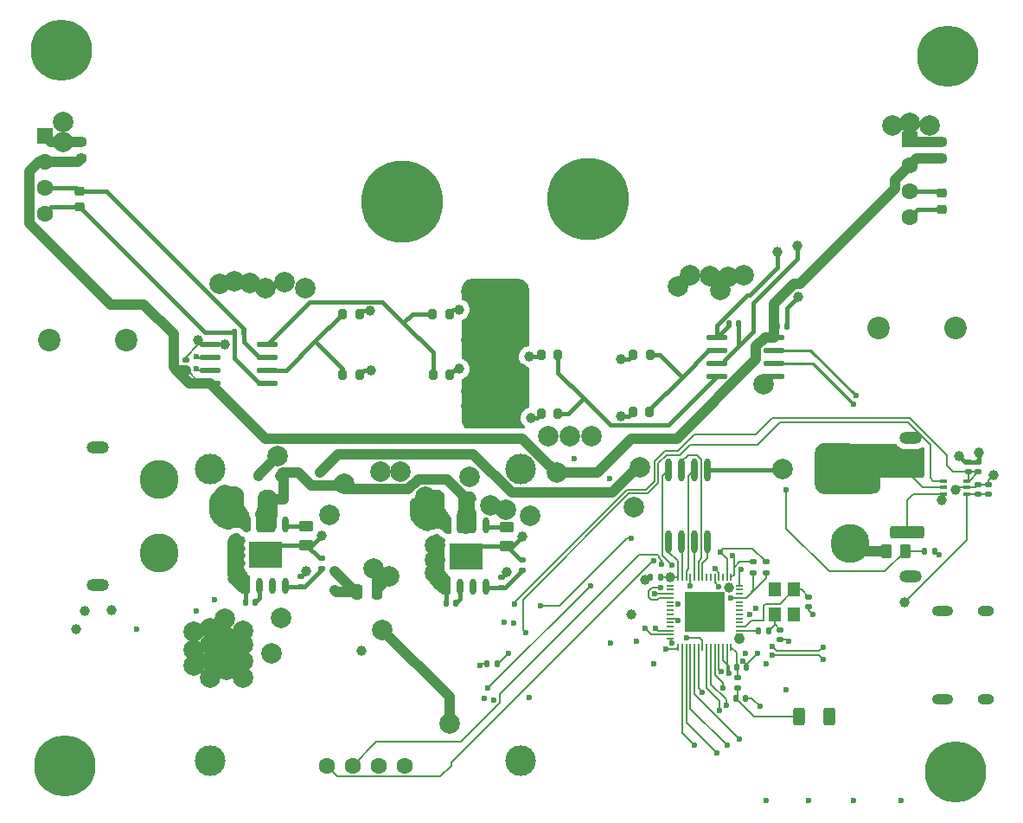
<source format=gbr>
%TF.GenerationSoftware,KiCad,Pcbnew,8.0.3*%
%TF.CreationDate,2024-07-22T22:22:34+10:00*%
%TF.ProjectId,MPPT,4d505054-2e6b-4696-9361-645f70636258,rev?*%
%TF.SameCoordinates,Original*%
%TF.FileFunction,Copper,L4,Bot*%
%TF.FilePolarity,Positive*%
%FSLAX46Y46*%
G04 Gerber Fmt 4.6, Leading zero omitted, Abs format (unit mm)*
G04 Created by KiCad (PCBNEW 8.0.3) date 2024-07-22 22:22:34*
%MOMM*%
%LPD*%
G01*
G04 APERTURE LIST*
G04 Aperture macros list*
%AMRoundRect*
0 Rectangle with rounded corners*
0 $1 Rounding radius*
0 $2 $3 $4 $5 $6 $7 $8 $9 X,Y pos of 4 corners*
0 Add a 4 corners polygon primitive as box body*
4,1,4,$2,$3,$4,$5,$6,$7,$8,$9,$2,$3,0*
0 Add four circle primitives for the rounded corners*
1,1,$1+$1,$2,$3*
1,1,$1+$1,$4,$5*
1,1,$1+$1,$6,$7*
1,1,$1+$1,$8,$9*
0 Add four rect primitives between the rounded corners*
20,1,$1+$1,$2,$3,$4,$5,0*
20,1,$1+$1,$4,$5,$6,$7,0*
20,1,$1+$1,$6,$7,$8,$9,0*
20,1,$1+$1,$8,$9,$2,$3,0*%
G04 Aperture macros list end*
%TA.AperFunction,ComponentPad*%
%ADD10C,6.000000*%
%TD*%
%TA.AperFunction,SMDPad,CuDef*%
%ADD11R,0.780000X0.500000*%
%TD*%
%TA.AperFunction,SMDPad,CuDef*%
%ADD12R,0.200000X0.660000*%
%TD*%
%TA.AperFunction,SMDPad,CuDef*%
%ADD13R,0.660000X0.200000*%
%TD*%
%TA.AperFunction,SMDPad,CuDef*%
%ADD14R,4.000000X4.000000*%
%TD*%
%TA.AperFunction,ComponentPad*%
%ADD15O,2.100000X1.000000*%
%TD*%
%TA.AperFunction,ComponentPad*%
%ADD16O,1.600000X1.000000*%
%TD*%
%TA.AperFunction,ComponentPad*%
%ADD17C,2.200000*%
%TD*%
%TA.AperFunction,SMDPad,CuDef*%
%ADD18RoundRect,0.250000X-0.312500X-0.625000X0.312500X-0.625000X0.312500X0.625000X-0.312500X0.625000X0*%
%TD*%
%TA.AperFunction,SMDPad,CuDef*%
%ADD19RoundRect,0.135000X-0.185000X0.135000X-0.185000X-0.135000X0.185000X-0.135000X0.185000X0.135000X0*%
%TD*%
%TA.AperFunction,SMDPad,CuDef*%
%ADD20RoundRect,0.140000X-0.140000X-0.170000X0.140000X-0.170000X0.140000X0.170000X-0.140000X0.170000X0*%
%TD*%
%TA.AperFunction,SMDPad,CuDef*%
%ADD21RoundRect,0.225000X-0.250000X0.225000X-0.250000X-0.225000X0.250000X-0.225000X0.250000X0.225000X0*%
%TD*%
%TA.AperFunction,SMDPad,CuDef*%
%ADD22RoundRect,0.140000X0.140000X0.170000X-0.140000X0.170000X-0.140000X-0.170000X0.140000X-0.170000X0*%
%TD*%
%TA.AperFunction,SMDPad,CuDef*%
%ADD23RoundRect,0.225000X0.250000X-0.225000X0.250000X0.225000X-0.250000X0.225000X-0.250000X-0.225000X0*%
%TD*%
%TA.AperFunction,SMDPad,CuDef*%
%ADD24RoundRect,0.140000X-0.170000X0.140000X-0.170000X-0.140000X0.170000X-0.140000X0.170000X0.140000X0*%
%TD*%
%TA.AperFunction,SMDPad,CuDef*%
%ADD25RoundRect,0.250000X-0.250000X-0.475000X0.250000X-0.475000X0.250000X0.475000X-0.250000X0.475000X0*%
%TD*%
%TA.AperFunction,SMDPad,CuDef*%
%ADD26RoundRect,0.140000X0.170000X-0.140000X0.170000X0.140000X-0.170000X0.140000X-0.170000X-0.140000X0*%
%TD*%
%TA.AperFunction,ComponentPad*%
%ADD27O,2.200000X1.200000*%
%TD*%
%TA.AperFunction,ComponentPad*%
%ADD28C,3.800000*%
%TD*%
%TA.AperFunction,SMDPad,CuDef*%
%ADD29R,0.800000X0.400000*%
%TD*%
%TA.AperFunction,SMDPad,CuDef*%
%ADD30RoundRect,0.250000X-1.425000X0.362500X-1.425000X-0.362500X1.425000X-0.362500X1.425000X0.362500X0*%
%TD*%
%TA.AperFunction,SMDPad,CuDef*%
%ADD31RoundRect,0.250000X0.325000X0.650000X-0.325000X0.650000X-0.325000X-0.650000X0.325000X-0.650000X0*%
%TD*%
%TA.AperFunction,SMDPad,CuDef*%
%ADD32O,0.600000X1.600000*%
%TD*%
%TA.AperFunction,SMDPad,CuDef*%
%ADD33R,3.200000X2.500000*%
%TD*%
%TA.AperFunction,SMDPad,CuDef*%
%ADD34RoundRect,0.250000X-0.450000X0.262500X-0.450000X-0.262500X0.450000X-0.262500X0.450000X0.262500X0*%
%TD*%
%TA.AperFunction,SMDPad,CuDef*%
%ADD35RoundRect,0.135000X0.185000X-0.135000X0.185000X0.135000X-0.185000X0.135000X-0.185000X-0.135000X0*%
%TD*%
%TA.AperFunction,SMDPad,CuDef*%
%ADD36R,1.200000X1.400000*%
%TD*%
%TA.AperFunction,SMDPad,CuDef*%
%ADD37O,0.630000X2.250000*%
%TD*%
%TA.AperFunction,SMDPad,CuDef*%
%ADD38O,2.050000X0.590000*%
%TD*%
%TA.AperFunction,ComponentPad*%
%ADD39C,1.600000*%
%TD*%
%TA.AperFunction,ComponentPad*%
%ADD40R,1.600000X1.600000*%
%TD*%
%TA.AperFunction,SMDPad,CuDef*%
%ADD41RoundRect,0.200000X-0.200000X-0.275000X0.200000X-0.275000X0.200000X0.275000X-0.200000X0.275000X0*%
%TD*%
%TA.AperFunction,SMDPad,CuDef*%
%ADD42RoundRect,0.200000X0.200000X0.275000X-0.200000X0.275000X-0.200000X-0.275000X0.200000X-0.275000X0*%
%TD*%
%TA.AperFunction,SMDPad,CuDef*%
%ADD43RoundRect,0.135000X-0.135000X-0.185000X0.135000X-0.185000X0.135000X0.185000X-0.135000X0.185000X0*%
%TD*%
%TA.AperFunction,ComponentPad*%
%ADD44C,3.000000*%
%TD*%
%TA.AperFunction,SMDPad,CuDef*%
%ADD45RoundRect,0.147500X0.172500X-0.147500X0.172500X0.147500X-0.172500X0.147500X-0.172500X-0.147500X0*%
%TD*%
%TA.AperFunction,SMDPad,CuDef*%
%ADD46RoundRect,0.135000X0.135000X0.185000X-0.135000X0.185000X-0.135000X-0.185000X0.135000X-0.185000X0*%
%TD*%
%TA.AperFunction,SMDPad,CuDef*%
%ADD47RoundRect,0.250000X-0.262500X-0.450000X0.262500X-0.450000X0.262500X0.450000X-0.262500X0.450000X0*%
%TD*%
%TA.AperFunction,ViaPad*%
%ADD48C,2.000000*%
%TD*%
%TA.AperFunction,ViaPad*%
%ADD49C,0.600000*%
%TD*%
%TA.AperFunction,ViaPad*%
%ADD50C,1.000000*%
%TD*%
%TA.AperFunction,ViaPad*%
%ADD51C,8.000000*%
%TD*%
%TA.AperFunction,Conductor*%
%ADD52C,0.250000*%
%TD*%
%TA.AperFunction,Conductor*%
%ADD53C,1.000000*%
%TD*%
%TA.AperFunction,Conductor*%
%ADD54C,0.200000*%
%TD*%
%TA.AperFunction,Conductor*%
%ADD55C,0.156500*%
%TD*%
%TA.AperFunction,Conductor*%
%ADD56C,0.400000*%
%TD*%
G04 APERTURE END LIST*
D10*
%TO.P,H4,1,1*%
%TO.N,GND*%
X208000000Y-110200000D03*
%TD*%
%TO.P,H3,1,1*%
%TO.N,GND*%
X120800000Y-109600000D03*
%TD*%
%TO.P,H2,1,1*%
%TO.N,GND*%
X120400000Y-39600000D03*
%TD*%
%TO.P,H1,1,1*%
%TO.N,GND*%
X207200000Y-40200000D03*
%TD*%
D11*
%TO.P,D2,1,A*%
%TO.N,Vout*%
X145740000Y-80950000D03*
%TO.P,D2,2,K*%
%TO.N,Net-(D1-K)*%
X143660000Y-80950000D03*
%TD*%
%TO.P,D1,1,A*%
%TO.N,VDD*%
X139760000Y-81250000D03*
%TO.P,D1,2,K*%
%TO.N,Net-(D1-K)*%
X141840000Y-81250000D03*
%TD*%
D12*
%TO.P,U14,1,LNA_IN*%
%TO.N,Net-(U14-LNA_IN)*%
X186000000Y-98010000D03*
%TO.P,U14,2,VDD3P3*%
%TO.N,Net-(C29-Pad1)*%
X185600000Y-98010000D03*
%TO.P,U14,3,VDD3P3*%
X185200000Y-98010000D03*
%TO.P,U14,4,CHIP_PU*%
%TO.N,Net-(U14-CHIP_PU)*%
X184800000Y-98010000D03*
%TO.P,U14,5,GPIO0*%
%TO.N,Net-(U14-GPIO0)*%
X184400000Y-98010000D03*
%TO.P,U14,6,GPIO1*%
%TO.N,/MCU/IN_HI_PWM*%
X184000000Y-98010000D03*
%TO.P,U14,7,GPIO2*%
%TO.N,/MCU/IN_LO_PWM*%
X183600000Y-98010000D03*
%TO.P,U14,8,GPIO3*%
%TO.N,/MCU/OUT_HI_PWM*%
X183200000Y-98010000D03*
%TO.P,U14,9,GPIO4*%
%TO.N,/MCU/OUT_LO_PWM*%
X182800000Y-98010000D03*
%TO.P,U14,10,GPIO5*%
%TO.N,/MCU/IO_BTN4*%
X182400000Y-98010000D03*
%TO.P,U14,11,GPIO6*%
%TO.N,/MCU/IO_BTN3*%
X182000000Y-98010000D03*
%TO.P,U14,12,GPIO7*%
%TO.N,/MCU/IO_BTN2*%
X181600000Y-98010000D03*
%TO.P,U14,13,GPIO8*%
%TO.N,/MCU/IO_BTN1*%
X181200000Y-98010000D03*
%TO.P,U14,14,GPIO9*%
%TO.N,Net-(U14-GPIO9)*%
X180800000Y-98010000D03*
D13*
%TO.P,U14,15,GPIO10*%
%TO.N,Net-(U14-GPIO10)*%
X179990000Y-97200000D03*
%TO.P,U14,16,GPIO11*%
%TO.N,Net-(U14-GPIO11)*%
X179990000Y-96800000D03*
%TO.P,U14,17,GPIO12*%
%TO.N,Net-(U14-GPIO12)*%
X179990000Y-96400000D03*
%TO.P,U14,18,GPIO13*%
%TO.N,unconnected-(U14-GPIO13-Pad18)*%
X179990000Y-96000000D03*
%TO.P,U14,19,GPIO14*%
%TO.N,unconnected-(U14-GPIO14-Pad19)*%
X179990000Y-95600000D03*
%TO.P,U14,20,VDD3P3_RTC*%
%TO.N,+3.3V*%
X179990000Y-95200000D03*
%TO.P,U14,21,XTAL_32K_P*%
%TO.N,unconnected-(U14-XTAL_32K_P-Pad21)*%
X179990000Y-94800000D03*
%TO.P,U14,22,XTAL_32K_N*%
%TO.N,unconnected-(U14-XTAL_32K_N-Pad22)*%
X179990000Y-94400000D03*
%TO.P,U14,23,GPIO17*%
%TO.N,unconnected-(U14-GPIO17-Pad23)*%
X179990000Y-94000000D03*
%TO.P,U14,24,GPIO18*%
%TO.N,unconnected-(U14-GPIO18-Pad24)*%
X179990000Y-93600000D03*
%TO.P,U14,25,GPIO19*%
%TO.N,/MCU/D-*%
X179990000Y-93200000D03*
%TO.P,U14,26,GPIO20*%
%TO.N,/MCU/D+*%
X179990000Y-92800000D03*
%TO.P,U14,27,GPIO21*%
%TO.N,unconnected-(U14-GPIO21-Pad27)*%
X179990000Y-92400000D03*
%TO.P,U14,28,SPICS1*%
%TO.N,unconnected-(U14-SPICS1-Pad28)*%
X179990000Y-92000000D03*
D12*
%TO.P,U14,29,VDD_SPI*%
%TO.N,+3.3V*%
X180800000Y-91190000D03*
%TO.P,U14,30,SPIHD*%
%TO.N,/MCU/SPIHD*%
X181200000Y-91190000D03*
%TO.P,U14,31,SPIWP*%
%TO.N,/MCU/SPIWP*%
X181600000Y-91190000D03*
%TO.P,U14,32,SPICS0*%
%TO.N,/MCU/SPICS0*%
X182000000Y-91190000D03*
%TO.P,U14,33,SPICLK*%
%TO.N,/MCU/SPICLK*%
X182400000Y-91190000D03*
%TO.P,U14,34,SPIQ*%
%TO.N,/MCU/SPIQ*%
X182800000Y-91190000D03*
%TO.P,U14,35,SPID*%
%TO.N,/MCU/SPID*%
X183200000Y-91190000D03*
%TO.P,U14,36,SPICLK_N*%
%TO.N,unconnected-(U14-SPICLK_N-Pad36)*%
X183600000Y-91190000D03*
%TO.P,U14,37,SPICLK_P*%
%TO.N,unconnected-(U14-SPICLK_P-Pad37)*%
X184000000Y-91190000D03*
%TO.P,U14,38,GPIO33*%
%TO.N,/MCU/SCL_DISPL*%
X184400000Y-91190000D03*
%TO.P,U14,39,GPIO34*%
%TO.N,/MCU/SDA_DISPL*%
X184800000Y-91190000D03*
%TO.P,U14,40,GPIO35*%
%TO.N,unconnected-(U14-GPIO35-Pad40)*%
X185200000Y-91190000D03*
%TO.P,U14,41,GPIO36*%
%TO.N,/MCU/SDA*%
X185600000Y-91190000D03*
%TO.P,U14,42,GPIO37*%
%TO.N,/MCU/SCL*%
X186000000Y-91190000D03*
D13*
%TO.P,U14,43,GPIO38*%
%TO.N,/MCU/ADC_READY*%
X186810000Y-92000000D03*
%TO.P,U14,44,MTCK*%
%TO.N,unconnected-(U14-MTCK-Pad44)*%
X186810000Y-92400000D03*
%TO.P,U14,45,MTDO*%
%TO.N,unconnected-(U14-MTDO-Pad45)*%
X186810000Y-92800000D03*
%TO.P,U14,46,VDD3P3_CPU*%
%TO.N,+3.3V*%
X186810000Y-93200000D03*
%TO.P,U14,47,MTDI*%
%TO.N,unconnected-(U14-MTDI-Pad47)*%
X186810000Y-93600000D03*
%TO.P,U14,48,MTMS*%
%TO.N,unconnected-(U14-MTMS-Pad48)*%
X186810000Y-94000000D03*
%TO.P,U14,49,U0TXD*%
%TO.N,unconnected-(U14-U0TXD-Pad49)*%
X186810000Y-94400000D03*
%TO.P,U14,50,U0RXD*%
%TO.N,unconnected-(U14-U0RXD-Pad50)*%
X186810000Y-94800000D03*
%TO.P,U14,51,GPIO45*%
%TO.N,unconnected-(U14-GPIO45-Pad51)*%
X186810000Y-95200000D03*
%TO.P,U14,52,GPIO46*%
%TO.N,unconnected-(U14-GPIO46-Pad52)*%
X186810000Y-95600000D03*
%TO.P,U14,53,XTAL_N*%
%TO.N,Net-(U14-XTAL_N)*%
X186810000Y-96000000D03*
%TO.P,U14,54,XTAL_P*%
%TO.N,Net-(U14-XTAL_P)*%
X186810000Y-96400000D03*
%TO.P,U14,55,VDDA*%
%TO.N,+3.3V*%
X186810000Y-96800000D03*
%TO.P,U14,56,VDDA*%
X186810000Y-97200000D03*
D14*
%TO.P,U14,57,EP*%
%TO.N,GND*%
X183400000Y-94600000D03*
%TD*%
D15*
%TO.P,J1,S1,SHIELD*%
%TO.N,GND*%
X206730000Y-103120000D03*
D16*
X210910000Y-103120000D03*
D15*
X206730000Y-94480000D03*
D16*
X210910000Y-94480000D03*
%TD*%
D17*
%TO.P,C50,1,1*%
%TO.N,Vout*%
X200450000Y-66800000D03*
%TO.P,C50,2,2*%
%TO.N,GND*%
X207950000Y-66800000D03*
%TD*%
%TO.P,C47,2,2*%
%TO.N,GND*%
X119250000Y-68000000D03*
%TO.P,C47,1,1*%
%TO.N,VDD*%
X126750000Y-68000000D03*
%TD*%
D18*
%TO.P,AE1,1,A*%
%TO.N,Net-(AE1-A)*%
X192675000Y-104800000D03*
%TO.P,AE1,2,Shield*%
%TO.N,unconnected-(AE1-Shield-Pad2)*%
X195600000Y-104800000D03*
%TD*%
D19*
%TO.P,R18,1*%
%TO.N,/MCU/SDA*%
X189400000Y-89690000D03*
%TO.P,R18,2*%
%TO.N,+3.3V*%
X189400000Y-90710000D03*
%TD*%
%TO.P,R17,1*%
%TO.N,/MCU/SCL*%
X188200000Y-89690000D03*
%TO.P,R17,2*%
%TO.N,+3.3V*%
X188200000Y-90710000D03*
%TD*%
D20*
%TO.P,C33,1*%
%TO.N,Net-(U14-LNA_IN)*%
X186520000Y-100000000D03*
%TO.P,C33,2*%
%TO.N,GND*%
X187480000Y-100000000D03*
%TD*%
%TO.P,C32,1*%
%TO.N,Net-(AE1-A)*%
X186440000Y-103000000D03*
%TO.P,C32,2*%
%TO.N,GND*%
X187400000Y-103000000D03*
%TD*%
%TO.P,C19,1*%
%TO.N,Net-(U3-+Vout)*%
X185800000Y-66400000D03*
%TO.P,C19,2*%
%TO.N,Net-(U3--Vout)*%
X186760000Y-66400000D03*
%TD*%
D21*
%TO.P,C18,1*%
%TO.N,Net-(U3--Vout)*%
X206600000Y-53600000D03*
%TO.P,C18,2*%
%TO.N,Net-(U3-+Vout)*%
X206600000Y-55150000D03*
%TD*%
D22*
%TO.P,C17,1*%
%TO.N,GND*%
X191480000Y-66600000D03*
%TO.P,C17,2*%
%TO.N,+12V*%
X190520000Y-66600000D03*
%TD*%
D23*
%TO.P,C16,1*%
%TO.N,+12V*%
X206600000Y-50175000D03*
%TO.P,C16,2*%
%TO.N,GND*%
X206600000Y-48625000D03*
%TD*%
D24*
%TO.P,C15,1*%
%TO.N,GND*%
X132600000Y-69920000D03*
%TO.P,C15,2*%
%TO.N,+12V*%
X132600000Y-70880000D03*
%TD*%
D23*
%TO.P,C14,1*%
%TO.N,+12V*%
X122400000Y-50175000D03*
%TO.P,C14,2*%
%TO.N,GND*%
X122400000Y-48625000D03*
%TD*%
D21*
%TO.P,C9,1*%
%TO.N,Net-(U1-VS)*%
X122200000Y-53400000D03*
%TO.P,C9,2*%
%TO.N,Net-(U1-VB)*%
X122200000Y-54950000D03*
%TD*%
D20*
%TO.P,C8,1*%
%TO.N,Net-(U1-VB)*%
X137320000Y-67200000D03*
%TO.P,C8,2*%
%TO.N,Net-(U1-VS)*%
X138280000Y-67200000D03*
%TD*%
D25*
%TO.P,C2,1*%
%TO.N,+5V*%
X149412500Y-92587500D03*
%TO.P,C2,2*%
%TO.N,GND*%
X151312500Y-92587500D03*
%TD*%
D26*
%TO.P,C13,2*%
%TO.N,GND*%
X211200000Y-82100000D03*
%TO.P,C13,1*%
%TO.N,+3.3V*%
X211200000Y-83060000D03*
%TD*%
D27*
%TO.P,CN2,4,4*%
%TO.N,GND*%
X203600000Y-77550120D03*
%TO.P,CN2,3,3*%
X203600000Y-91050120D03*
D28*
%TO.P,CN2,2,+*%
%TO.N,Vout*%
X197600000Y-87900120D03*
%TO.P,CN2,1,-*%
%TO.N,Net-(CN2--)*%
X197600000Y-80700120D03*
%TD*%
D26*
%TO.P,C12,2*%
%TO.N,GND*%
X210200000Y-82100000D03*
%TO.P,C12,1*%
%TO.N,+3.3V*%
X210200000Y-83060000D03*
%TD*%
%TO.P,C49,2*%
%TO.N,GND*%
X209200000Y-79920000D03*
%TO.P,C49,1*%
%TO.N,/Mid_rail_ref*%
X209200000Y-80880000D03*
%TD*%
%TO.P,C48,2*%
%TO.N,GND*%
X210200000Y-79900000D03*
%TO.P,C48,1*%
%TO.N,/Mid_rail_ref*%
X210200000Y-80860000D03*
%TD*%
D29*
%TO.P,U13,6,OUT*%
%TO.N,/FETs/OUT_CUR*%
X206800000Y-81750000D03*
%TO.P,U13,5,IN-*%
%TO.N,Net-(CN2--)*%
X206800000Y-82400000D03*
%TO.P,U13,4,IN+*%
%TO.N,GND*%
X206800000Y-83050000D03*
%TO.P,U13,3,V+*%
%TO.N,+3.3V*%
X209100000Y-83050000D03*
%TO.P,U13,2,GND*%
%TO.N,GND*%
X209100000Y-82400000D03*
%TO.P,U13,1,REF*%
%TO.N,/Mid_rail_ref*%
X209100000Y-81750000D03*
%TD*%
D30*
%TO.P,R7,1*%
%TO.N,Net-(CN2--)*%
X203200000Y-80837500D03*
%TO.P,R7,2*%
%TO.N,GND*%
X203200000Y-86762500D03*
%TD*%
D31*
%TO.P,C1,1*%
%TO.N,Net-(D1-K)*%
X160270000Y-83700000D03*
%TO.P,C1,2*%
%TO.N,GND*%
X157320000Y-83700000D03*
%TD*%
D22*
%TO.P,C3,1*%
%TO.N,Net-(U5-BST)*%
X159045000Y-93700000D03*
%TO.P,C3,2*%
%TO.N,Net-(U5-SW)*%
X158085000Y-93700000D03*
%TD*%
D32*
%TO.P,U5,1,GND*%
%TO.N,GND*%
X158145000Y-86100000D03*
%TO.P,U5,2,VIN*%
%TO.N,Net-(D1-K)*%
X159415000Y-86100000D03*
%TO.P,U5,3,EN/UVLO*%
X160685000Y-86100000D03*
%TO.P,U5,4,RON*%
%TO.N,Net-(U5-RON)*%
X161955000Y-86100000D03*
%TO.P,U5,5,FB*%
%TO.N,Net-(U5-FB)*%
X161955000Y-92100000D03*
%TO.P,U5,6,PGOOD*%
%TO.N,unconnected-(U5-PGOOD-Pad6)*%
X160685000Y-92100000D03*
%TO.P,U5,7,BST*%
%TO.N,Net-(U5-BST)*%
X159415000Y-92100000D03*
%TO.P,U5,8,SW*%
%TO.N,Net-(U5-SW)*%
X158145000Y-92100000D03*
D33*
%TO.P,U5,9,EP*%
%TO.N,GND*%
X160045000Y-89100000D03*
%TD*%
D34*
%TO.P,R1,1*%
%TO.N,Net-(U5-RON)*%
X164045000Y-86287500D03*
%TO.P,R1,2*%
%TO.N,GND*%
X164045000Y-88112500D03*
%TD*%
D35*
%TO.P,R3,1*%
%TO.N,Net-(U5-FB)*%
X165545000Y-90460000D03*
%TO.P,R3,2*%
%TO.N,GND*%
X165545000Y-89440000D03*
%TD*%
D19*
%TO.P,R2,1*%
%TO.N,+12V*%
X163545000Y-91180000D03*
%TO.P,R2,2*%
%TO.N,Net-(U5-FB)*%
X163545000Y-92200000D03*
%TD*%
D36*
%TO.P,Y1,1,1*%
%TO.N,Net-(C25-Pad1)*%
X190250000Y-94800000D03*
%TO.P,Y1,2,2*%
%TO.N,unconnected-(Y1-Pad2)*%
X190250000Y-92400000D03*
%TO.P,Y1,3,3*%
%TO.N,Net-(U14-XTAL_N)*%
X192150000Y-92400000D03*
%TO.P,Y1,4,4*%
%TO.N,unconnected-(Y1-Pad4)*%
X192150000Y-94800000D03*
%TD*%
D37*
%TO.P,U19,1,~{CS}*%
%TO.N,/MCU/SPICS0*%
X179890000Y-80670000D03*
%TO.P,U19,2,DO*%
%TO.N,/MCU/SPIQ*%
X181170000Y-80670000D03*
%TO.P,U19,3,IO2*%
%TO.N,/MCU/SPIWP*%
X182430000Y-80670000D03*
%TO.P,U19,4,GND*%
%TO.N,GND*%
X183700000Y-80670000D03*
%TO.P,U19,8,VCC*%
%TO.N,+3.3V*%
X179890000Y-87730000D03*
%TO.P,U19,7,IO3*%
%TO.N,/MCU/SPIHD*%
X181170000Y-87730000D03*
%TO.P,U19,6,CLK*%
%TO.N,/MCU/SPICLK*%
X182430000Y-87730000D03*
%TO.P,U19,5,DI*%
%TO.N,/MCU/SPID*%
X183700000Y-87730000D03*
%TD*%
D32*
%TO.P,U7,8,SW*%
%TO.N,Net-(U7-SW)*%
X138512500Y-91987500D03*
%TO.P,U7,1,GND*%
%TO.N,GND*%
X138512500Y-85987500D03*
%TO.P,U7,7,BST*%
%TO.N,Net-(U7-BST)*%
X139782500Y-91987500D03*
%TO.P,U7,6,PGOOD*%
%TO.N,unconnected-(U7-PGOOD-Pad6)*%
X141052500Y-91987500D03*
%TO.P,U7,5,FB*%
%TO.N,Net-(U7-FB)*%
X142322500Y-91987500D03*
%TO.P,U7,2,VIN*%
%TO.N,Net-(D1-K)*%
X139782500Y-85987500D03*
%TO.P,U7,3,EN/UVLO*%
X141052500Y-85987500D03*
%TO.P,U7,4,RON*%
%TO.N,Net-(U7-RON)*%
X142322500Y-85987500D03*
D33*
%TO.P,U7,9,EP*%
%TO.N,GND*%
X140412500Y-88987500D03*
%TD*%
D38*
%TO.P,U4,1,VCC*%
%TO.N,+12V*%
X190170000Y-67690000D03*
%TO.P,U4,2,HIN*%
%TO.N,/MCU/OUT_HI_PWM*%
X190170000Y-68970000D03*
%TO.P,U4,3,~{LIN}*%
%TO.N,/MCU/OUT_LO_PWM*%
X190170000Y-70230000D03*
%TO.P,U4,4,COM*%
%TO.N,GND*%
X190170000Y-71500000D03*
%TO.P,U4,8,VB*%
%TO.N,Net-(U3-+Vout)*%
X184630000Y-67690000D03*
%TO.P,U4,7,HO*%
%TO.N,/FETs/OUT_GATE_HI*%
X184630000Y-68970000D03*
%TO.P,U4,6,VS*%
%TO.N,Net-(U3--Vout)*%
X184630000Y-70230000D03*
%TO.P,U4,5,LO*%
%TO.N,/FETs/OUT_GATE_LOW*%
X184630000Y-71500000D03*
%TD*%
D39*
%TO.P,U3,4,+Vout*%
%TO.N,Net-(U3-+Vout)*%
X203515000Y-55912500D03*
%TO.P,U3,3,-Vout*%
%TO.N,Net-(U3--Vout)*%
X203515000Y-53372500D03*
%TO.P,U3,2,+Vin*%
%TO.N,+12V*%
X203515000Y-50832500D03*
D40*
%TO.P,U3,1,-Vin*%
%TO.N,GND*%
X203515000Y-48292500D03*
%TD*%
%TO.P,U2,1,-Vin*%
%TO.N,GND*%
X118800000Y-47980000D03*
D39*
%TO.P,U2,2,+Vin*%
%TO.N,+12V*%
X118800000Y-50520000D03*
%TO.P,U2,3,-Vout*%
%TO.N,Net-(U1-VS)*%
X118800000Y-53060000D03*
%TO.P,U2,4,+Vout*%
%TO.N,Net-(U1-VB)*%
X118800000Y-55600000D03*
%TD*%
D41*
%TO.P,R35,1*%
%TO.N,/FETs/IN_GATE_HI*%
X147950000Y-71400000D03*
%TO.P,R35,2*%
%TO.N,Net-(U15-G)*%
X149600000Y-71400000D03*
%TD*%
%TO.P,R34,1*%
%TO.N,/FETs/IN_GATE_LOW*%
X156800000Y-71400000D03*
%TO.P,R34,2*%
%TO.N,Net-(U16-G)*%
X158450000Y-71400000D03*
%TD*%
%TO.P,R33,1*%
%TO.N,/FETs/IN_GATE_LOW*%
X156750000Y-65400000D03*
%TO.P,R33,2*%
%TO.N,Net-(U10-G)*%
X158400000Y-65400000D03*
%TD*%
%TO.P,R32,1*%
%TO.N,/FETs/IN_GATE_HI*%
X147950000Y-65400000D03*
%TO.P,R32,2*%
%TO.N,Net-(U9-G)*%
X149600000Y-65400000D03*
%TD*%
D42*
%TO.P,R31,1*%
%TO.N,/FETs/OUT_GATE_HI*%
X178000000Y-75000000D03*
%TO.P,R31,2*%
%TO.N,Net-(U17-G)*%
X176350000Y-75000000D03*
%TD*%
%TO.P,R30,1*%
%TO.N,/FETs/OUT_GATE_LOW*%
X169050000Y-75200000D03*
%TO.P,R30,2*%
%TO.N,Net-(U18-G)*%
X167400000Y-75200000D03*
%TD*%
%TO.P,R29,1*%
%TO.N,/FETs/OUT_GATE_LOW*%
X169050000Y-69400000D03*
%TO.P,R29,2*%
%TO.N,Net-(U12-G)*%
X167400000Y-69400000D03*
%TD*%
D43*
%TO.P,R25,1*%
%TO.N,/FETs/Vout_sense*%
X204890000Y-88600000D03*
%TO.P,R25,2*%
%TO.N,GND*%
X205910000Y-88600000D03*
%TD*%
%TO.P,R11,1*%
%TO.N,Net-(U14-XTAL_P)*%
X188690000Y-96400000D03*
%TO.P,R11,2*%
%TO.N,Net-(C25-Pad1)*%
X189710000Y-96400000D03*
%TD*%
D35*
%TO.P,R10,1*%
%TO.N,Net-(U7-FB)*%
X145912500Y-90347500D03*
%TO.P,R10,2*%
%TO.N,GND*%
X145912500Y-89327500D03*
%TD*%
D19*
%TO.P,R9,1*%
%TO.N,+5V*%
X143912500Y-91067500D03*
%TO.P,R9,2*%
%TO.N,Net-(U7-FB)*%
X143912500Y-92087500D03*
%TD*%
D42*
%TO.P,R8,1*%
%TO.N,/FETs/OUT_GATE_HI*%
X178050000Y-69400000D03*
%TO.P,R8,2*%
%TO.N,Net-(U11-G)*%
X176400000Y-69400000D03*
%TD*%
D34*
%TO.P,R6,1*%
%TO.N,Net-(U7-RON)*%
X144412500Y-86175000D03*
%TO.P,R6,2*%
%TO.N,GND*%
X144412500Y-88000000D03*
%TD*%
D39*
%TO.P,OLED1,1,GND*%
%TO.N,GND*%
X154000000Y-109600000D03*
%TO.P,OLED1,2,VCC*%
%TO.N,+3.3V*%
X151460000Y-109600000D03*
%TO.P,OLED1,3,SCL*%
%TO.N,/MCU/SCL_DISPL*%
X148920000Y-109600000D03*
%TO.P,OLED1,4,SDA*%
%TO.N,/MCU/SDA_DISPL*%
X146380000Y-109600000D03*
D44*
%TO.P,OLED1,*%
%TO.N,*%
X165390000Y-109100000D03*
X134990000Y-109100000D03*
X165390000Y-80600000D03*
X134990000Y-80600000D03*
%TD*%
D45*
%TO.P,L6,1*%
%TO.N,Net-(AE1-A)*%
X186600000Y-101970000D03*
%TO.P,L6,2*%
%TO.N,Net-(U14-LNA_IN)*%
X186600000Y-101000000D03*
%TD*%
D28*
%TO.P,CN1,2,+*%
%TO.N,VDD*%
X130000000Y-81600000D03*
%TO.P,CN1,1,-*%
%TO.N,Net-(CN1--)*%
X130000000Y-88800000D03*
D27*
%TO.P,CN1,3,3*%
%TO.N,GND*%
X124000000Y-78450000D03*
%TO.P,CN1,4,4*%
X124000000Y-91950000D03*
%TD*%
D22*
%TO.P,C27,1*%
%TO.N,+3.3V*%
X179080000Y-91200000D03*
%TO.P,C27,2*%
%TO.N,GND*%
X178120000Y-91200000D03*
%TD*%
D24*
%TO.P,C26,1*%
%TO.N,Net-(U14-XTAL_N)*%
X193600000Y-93120000D03*
%TO.P,C26,2*%
%TO.N,GND*%
X193600000Y-94080000D03*
%TD*%
%TO.P,C25,1*%
%TO.N,Net-(C25-Pad1)*%
X190800000Y-96320000D03*
%TO.P,C25,2*%
%TO.N,GND*%
X190800000Y-97280000D03*
%TD*%
D46*
%TO.P,C24,1*%
%TO.N,+3.3V*%
X163110000Y-99600000D03*
%TO.P,C24,2*%
%TO.N,GND*%
X162090000Y-99600000D03*
%TD*%
D22*
%TO.P,C21,1*%
%TO.N,Net-(U7-BST)*%
X139412500Y-93587500D03*
%TO.P,C21,2*%
%TO.N,Net-(U7-SW)*%
X138452500Y-93587500D03*
%TD*%
D31*
%TO.P,C20,1*%
%TO.N,Net-(D1-K)*%
X140637500Y-83587500D03*
%TO.P,C20,2*%
%TO.N,GND*%
X137687500Y-83587500D03*
%TD*%
D38*
%TO.P,U1,5,LO*%
%TO.N,/FETs/IN_GATE_LOW*%
X140540000Y-68400000D03*
%TO.P,U1,6,VS*%
%TO.N,Net-(U1-VS)*%
X140540000Y-69670000D03*
%TO.P,U1,7,HO*%
%TO.N,/FETs/IN_GATE_HI*%
X140540000Y-70930000D03*
%TO.P,U1,8,VB*%
%TO.N,Net-(U1-VB)*%
X140540000Y-72210000D03*
%TO.P,U1,4,COM*%
%TO.N,GND*%
X135000000Y-68400000D03*
%TO.P,U1,3,~{LIN}*%
%TO.N,/MCU/IN_LO_PWM*%
X135000000Y-69670000D03*
%TO.P,U1,2,HIN*%
%TO.N,/MCU/IN_HI_PWM*%
X135000000Y-70930000D03*
%TO.P,U1,1,VCC*%
%TO.N,+12V*%
X135000000Y-72210000D03*
%TD*%
D47*
%TO.P,R24,1*%
%TO.N,Vout*%
X201200000Y-88600000D03*
%TO.P,R24,2*%
%TO.N,/FETs/Vout_sense*%
X203025000Y-88600000D03*
%TD*%
D48*
%TO.N,GND*%
X138200000Y-96400000D03*
X138200000Y-97800000D03*
X138200000Y-99400000D03*
X138200000Y-101000000D03*
X136600000Y-100200000D03*
X136600000Y-98600000D03*
X136600000Y-97000000D03*
X136400000Y-95200000D03*
X135000000Y-96200000D03*
X135000000Y-97800000D03*
X135000000Y-99400000D03*
X135000000Y-101000000D03*
X133400000Y-99800000D03*
X133350000Y-98300000D03*
X133350000Y-96500000D03*
%TO.N,Vout*%
X177100000Y-80450000D03*
%TO.N,VDD*%
X141600000Y-79300000D03*
D49*
%TO.N,GND*%
X182200000Y-93400000D03*
X182800000Y-93400000D03*
X183400000Y-93400000D03*
X184000000Y-93400000D03*
X184600000Y-93400000D03*
X184600000Y-94000000D03*
X184600000Y-94600000D03*
X184600000Y-95200000D03*
X184600000Y-95800000D03*
X184000000Y-95800000D03*
X183400000Y-95800000D03*
X182800000Y-95800000D03*
X182200000Y-95800000D03*
X182200000Y-95200000D03*
X182200000Y-94000000D03*
X182200000Y-94600000D03*
X182800000Y-95200000D03*
X184000000Y-95200000D03*
X184000000Y-94000000D03*
X182800000Y-94000000D03*
X182800000Y-94600000D03*
X184000000Y-94600000D03*
X183400000Y-94000000D03*
X183400000Y-95200000D03*
X183400000Y-94600000D03*
D48*
X176500000Y-84300000D03*
X138900000Y-62400000D03*
X137400000Y-62200000D03*
X135900000Y-62500000D03*
X187200000Y-61600000D03*
X185700000Y-61800000D03*
X172300000Y-77400000D03*
X170200000Y-77400000D03*
X168100000Y-77400000D03*
X163970214Y-84575000D03*
X162391084Y-84164788D03*
X160362082Y-81387918D03*
X153620836Y-80850000D03*
X151700000Y-80850000D03*
X176500000Y-84300000D03*
D49*
%TO.N,Net-(U14-CHIP_PU)*%
X185000000Y-100400000D03*
D48*
%TO.N,GND*%
X189200000Y-72300000D03*
X184900000Y-63100000D03*
X183900000Y-61700000D03*
X182000000Y-61600000D03*
X180800000Y-62700000D03*
X144260599Y-62901223D03*
X142300000Y-62300000D03*
X140400000Y-62900000D03*
%TO.N,Net-(U5-SW)*%
X157000000Y-90750000D03*
X157000000Y-89500000D03*
X157000000Y-88000000D03*
D49*
%TO.N,/MCU/D-*%
X179100000Y-92174999D03*
%TO.N,/MCU/D+*%
X178500000Y-92800000D03*
%TO.N,/MCU/D-*%
X188400000Y-94200000D03*
%TO.N,/MCU/D+*%
X187787867Y-94812133D03*
D50*
%TO.N,+3.3V*%
X203000000Y-93600000D03*
%TO.N,GND*%
X208000000Y-82600000D03*
X206600000Y-83600000D03*
D48*
%TO.N,Net-(D1-K)*%
X148150000Y-82000000D03*
D49*
%TO.N,/MCU/D+*%
X190052737Y-97944420D03*
%TO.N,/MCU/D-*%
X190000000Y-98800000D03*
%TO.N,/MCU/D+*%
X195000000Y-98000000D03*
%TO.N,/MCU/D-*%
X195000000Y-99200000D03*
D48*
%TO.N,GND*%
X163000000Y-75600000D03*
X161400000Y-75600000D03*
X165200000Y-71200000D03*
X165200000Y-72800000D03*
X160600000Y-74400000D03*
X160600000Y-73000000D03*
X162200000Y-74400000D03*
X163600000Y-74400000D03*
X163600000Y-72800000D03*
X162200000Y-72800000D03*
X162200000Y-71200000D03*
X163600000Y-71200000D03*
X163600000Y-69600000D03*
X162200000Y-69600000D03*
X160600000Y-68000000D03*
X162200000Y-68000000D03*
X163600000Y-68000000D03*
X165200000Y-66400000D03*
X163600000Y-66400000D03*
X162200000Y-66400000D03*
X162200000Y-64800000D03*
X163600000Y-64800000D03*
X165200000Y-64800000D03*
X165200000Y-63200000D03*
X163600000Y-63200000D03*
X162200000Y-63200000D03*
X160600000Y-63200000D03*
D49*
%TO.N,/MCU/SDA_DISPL*%
X184400000Y-90359998D03*
X178400000Y-89600000D03*
%TO.N,/MCU/SCL_DISPL*%
X184791922Y-92099057D03*
X179214271Y-89862801D03*
%TO.N,GND*%
X202600000Y-113000000D03*
X198000000Y-113000000D03*
X193600000Y-113000000D03*
X189400000Y-113000000D03*
%TO.N,/MCU/IO_BTN4*%
X186800000Y-107000000D03*
%TO.N,/MCU/IO_BTN3*%
X185600000Y-107600000D03*
%TO.N,/MCU/IO_BTN2*%
X184600000Y-108400000D03*
%TO.N,/MCU/IO_BTN1*%
X182400000Y-107600000D03*
%TO.N,GND*%
X188600000Y-98600000D03*
X188800000Y-103800000D03*
X191400000Y-102200000D03*
X161441942Y-99841942D03*
%TO.N,+3.3V*%
X164200015Y-98607088D03*
%TO.N,GND*%
X187400000Y-98600000D03*
X180810268Y-93798179D03*
%TO.N,+3.3V*%
X180809491Y-95398023D03*
D50*
%TO.N,GND*%
X185785204Y-92214797D03*
D49*
%TO.N,+3.3V*%
X186000000Y-93200000D03*
%TO.N,/MCU/ADC_READY*%
X187000000Y-90400000D03*
X172200000Y-92000000D03*
X162200000Y-102000000D03*
%TO.N,/MCU/SCL*%
X186158038Y-89024938D03*
%TO.N,/MCU/SDA*%
X184900000Y-88700000D03*
%TO.N,/MCU/SCL*%
X163800000Y-95600000D03*
%TO.N,/MCU/SDA*%
X164700000Y-95700000D03*
D48*
%TO.N,+3.3V*%
X151851055Y-96348947D03*
X158400000Y-105500000D03*
D49*
%TO.N,GND*%
X189400000Y-99600000D03*
X187140338Y-99397802D03*
%TO.N,Net-(C29-Pad1)*%
X185800000Y-100600000D03*
%TO.N,GND*%
X174200000Y-97600000D03*
X178400000Y-99600000D03*
X176739780Y-97401386D03*
D50*
X176200000Y-94800000D03*
X136400000Y-68400000D03*
X133800000Y-68000000D03*
%TO.N,+3.3V*%
X180068628Y-91200000D03*
%TO.N,GND*%
X177600000Y-91400000D03*
%TO.N,+3.3V*%
X186810000Y-97200002D03*
%TO.N,GND*%
X149800000Y-98400000D03*
D49*
%TO.N,/FETs/Vout_sense*%
X167300000Y-94000000D03*
X176200000Y-87400000D03*
X191400000Y-82600000D03*
%TO.N,GND*%
X206400000Y-89000000D03*
%TO.N,/FETs/OUT_CUR*%
X165900000Y-96600000D03*
%TO.N,/Mid_rail_ref*%
X164800000Y-93800000D03*
%TO.N,/Vin_sense*%
X161800000Y-103000000D03*
X135400000Y-93400000D03*
D48*
%TO.N,GND*%
X141000000Y-98600000D03*
X191000000Y-80600000D03*
D49*
%TO.N,/MCU/IN_HI_PWM*%
X185500000Y-103700000D03*
%TO.N,/MCU/IN_LO_PWM*%
X184874265Y-104225735D03*
%TO.N,/MCU/OUT_LO_PWM*%
X183152787Y-102400000D03*
%TO.N,/MCU/OUT_HI_PWM*%
X181600000Y-97100002D03*
X198200000Y-73400000D03*
%TO.N,/MCU/OUT_LO_PWM*%
X198000000Y-74200000D03*
%TO.N,/MCU/IN_LO_PWM*%
X133600000Y-69600000D03*
%TO.N,/MCU/IN_HI_PWM*%
X133600000Y-70800000D03*
D48*
%TO.N,GND*%
X120600000Y-48600000D03*
X120600000Y-46600000D03*
D49*
%TO.N,Net-(U14-GPIO12)*%
X178624265Y-96200000D03*
%TO.N,Net-(U14-GPIO10)*%
X180200000Y-97600000D03*
%TO.N,Net-(U14-GPIO9)*%
X179600000Y-98200000D03*
%TO.N,Net-(U14-GPIO11)*%
X177600000Y-96200000D03*
%TO.N,GND*%
X162800000Y-103200000D03*
X133595000Y-94450120D03*
%TO.N,/IN_CUR*%
X166200000Y-102900000D03*
X127795000Y-96250120D03*
D50*
%TO.N,GND*%
X192600000Y-63700000D03*
D48*
X201800000Y-47000000D03*
X205400000Y-47000000D03*
D50*
%TO.N,Net-(U3-+Vout)*%
X190563603Y-59363603D03*
%TO.N,Net-(U3--Vout)*%
X192450000Y-58750000D03*
%TO.N,+5V*%
X147222500Y-90587500D03*
X147222500Y-92427500D03*
D49*
%TO.N,GND*%
X194000000Y-94800000D03*
%TO.N,Net-(U14-GPIO0)*%
X185200000Y-102000000D03*
%TO.N,GND*%
X174100000Y-81500000D03*
X170600000Y-79600000D03*
X191600000Y-97400000D03*
%TO.N,/MCU/SPICS0*%
X180200000Y-90000000D03*
X182000000Y-92000000D03*
D50*
%TO.N,Net-(U16-G)*%
X159400000Y-70800000D03*
%TO.N,Net-(U10-G)*%
X159400000Y-65000000D03*
%TO.N,Net-(U9-G)*%
X150693580Y-65125652D03*
%TO.N,Net-(U15-G)*%
X150713415Y-70956699D03*
%TO.N,Net-(U17-G)*%
X175200000Y-75400000D03*
%TO.N,Net-(U18-G)*%
X166400000Y-75600000D03*
%TO.N,Net-(U12-G)*%
X166200000Y-69600000D03*
%TO.N,Net-(U11-G)*%
X175200000Y-69800000D03*
D48*
%TO.N,GND*%
X141922500Y-95127500D03*
X152522500Y-91127500D03*
X151022500Y-90327500D03*
D50*
X208300000Y-79300000D03*
X211700000Y-81200000D03*
X210250000Y-79000000D03*
X122695000Y-94450120D03*
X125295000Y-94350120D03*
X121895000Y-96250120D03*
D48*
X156062500Y-83287500D03*
X155562500Y-85037500D03*
D50*
%TO.N,+12V*%
X164045000Y-90700000D03*
%TO.N,GND*%
X165545000Y-87200000D03*
X160045000Y-88700000D03*
X160045000Y-89700000D03*
D48*
X166295000Y-85200000D03*
X146662500Y-85087500D03*
D50*
%TO.N,Net-(U7-SW)*%
X137162500Y-87587500D03*
X137912500Y-88337500D03*
X137912500Y-89837500D03*
X137162500Y-90587500D03*
X137162500Y-89087500D03*
X137912500Y-87587500D03*
X137162500Y-88337500D03*
X137912500Y-89087500D03*
X137162500Y-89837500D03*
X137912500Y-90587500D03*
X137162500Y-91337500D03*
%TO.N,+5V*%
X144412500Y-90587500D03*
%TO.N,GND*%
X145912500Y-87087500D03*
X140412500Y-88587500D03*
X140412500Y-89587500D03*
D48*
X136412500Y-83087500D03*
X135912500Y-84837500D03*
%TO.N,+12V*%
X168900000Y-80900000D03*
%TO.N,GND*%
X203515000Y-46715000D03*
D51*
%TO.N,Net-(L4-Pad2)*%
X172000000Y-54200000D03*
%TO.N,Net-(L1-Pad1)*%
X153800000Y-54400000D03*
%TD*%
D52*
%TO.N,/MCU/OUT_HI_PWM*%
X193770000Y-68970000D02*
X190170000Y-68970000D01*
X198200000Y-73400000D02*
X193770000Y-68970000D01*
%TO.N,/MCU/OUT_LO_PWM*%
X194030000Y-70230000D02*
X190170000Y-70230000D01*
X198000000Y-74200000D02*
X194030000Y-70230000D01*
D53*
%TO.N,Net-(D1-K)*%
X147950000Y-82200000D02*
X144910000Y-82200000D01*
X148150000Y-82000000D02*
X147950000Y-82200000D01*
X144910000Y-82200000D02*
X143660000Y-80950000D01*
%TO.N,Vout*%
X176814466Y-80450000D02*
X177100000Y-80450000D01*
X174364466Y-82900000D02*
X176814466Y-80450000D01*
X164508019Y-82900000D02*
X174364466Y-82900000D01*
X160758019Y-79150000D02*
X164508019Y-82900000D01*
X147540000Y-79150000D02*
X160758019Y-79150000D01*
X145740000Y-80950000D02*
X147540000Y-79150000D01*
D54*
%TO.N,/Mid_rail_ref*%
X175795836Y-82600000D02*
X164800000Y-93595836D01*
X164800000Y-93595836D02*
X164800000Y-93800000D01*
X177684314Y-82600000D02*
X175795836Y-82600000D01*
X178475000Y-81809314D02*
X177684314Y-82600000D01*
X180800000Y-78800000D02*
X179514573Y-78800000D01*
X188400000Y-77200000D02*
X182400000Y-77200000D01*
X190000000Y-75600000D02*
X188400000Y-77200000D01*
X178475000Y-79839573D02*
X178475000Y-81809314D01*
X207100000Y-80250000D02*
X207100000Y-79216642D01*
X207730000Y-80880000D02*
X207100000Y-80250000D01*
X182400000Y-77200000D02*
X180800000Y-78800000D01*
X207100000Y-79216642D02*
X203483358Y-75600000D01*
X209200000Y-80880000D02*
X207730000Y-80880000D01*
X179514573Y-78800000D02*
X178475000Y-79839573D01*
X203483358Y-75600000D02*
X190000000Y-75600000D01*
%TO.N,/FETs/OUT_CUR*%
X205500000Y-78182328D02*
X205500000Y-81450000D01*
X190800000Y-76000000D02*
X203317672Y-76000000D01*
X188600000Y-78200000D02*
X190800000Y-76000000D01*
X181965686Y-78200000D02*
X188600000Y-78200000D01*
X205800000Y-81750000D02*
X206800000Y-81750000D01*
X180965686Y-79200000D02*
X181965686Y-78200000D01*
X178875000Y-81975000D02*
X178875000Y-80005259D01*
X177850000Y-83000000D02*
X178875000Y-81975000D01*
X178875000Y-80005259D02*
X179680259Y-79200000D01*
X175961522Y-83000000D02*
X177850000Y-83000000D01*
X179680259Y-79200000D02*
X180965686Y-79200000D01*
X205500000Y-81450000D02*
X205800000Y-81750000D01*
X165600000Y-96300000D02*
X165600000Y-93361522D01*
X165900000Y-96600000D02*
X165600000Y-96300000D01*
X203317672Y-76000000D02*
X205500000Y-78182328D01*
X165600000Y-93361522D02*
X175961522Y-83000000D01*
D53*
%TO.N,Net-(D1-K)*%
X158157500Y-81587500D02*
X160270000Y-83700000D01*
X154395836Y-82550000D02*
X155358336Y-81587500D01*
X148150000Y-82550000D02*
X154395836Y-82550000D01*
X148150000Y-82000000D02*
X148150000Y-82550000D01*
X155358336Y-81587500D02*
X158157500Y-81587500D01*
X142140000Y-80950000D02*
X141840000Y-81250000D01*
X143660000Y-80950000D02*
X142140000Y-80950000D01*
%TO.N,VDD*%
X139760000Y-81140000D02*
X141600000Y-79300000D01*
X139760000Y-81250000D02*
X139760000Y-81140000D01*
%TO.N,Net-(D1-K)*%
X142212500Y-83587500D02*
X140637500Y-83587500D01*
X142212500Y-81622500D02*
X142212500Y-83587500D01*
X141840000Y-81250000D02*
X142212500Y-81622500D01*
D54*
%TO.N,GND*%
X203800000Y-83050000D02*
X206800000Y-83050000D01*
X203200000Y-83650000D02*
X203800000Y-83050000D01*
X203200000Y-86762500D02*
X203200000Y-83650000D01*
%TO.N,Net-(CN2--)*%
X204762500Y-82400000D02*
X203200000Y-80837500D01*
X206800000Y-82400000D02*
X204762500Y-82400000D01*
%TO.N,/FETs/Vout_sense*%
X191400000Y-86400000D02*
X191400000Y-82600000D01*
X195600000Y-90600000D02*
X191400000Y-86400000D01*
X201025000Y-90600000D02*
X195600000Y-90600000D01*
X203025000Y-88600000D02*
X201025000Y-90600000D01*
X203200000Y-88600000D02*
X203800000Y-88600000D01*
%TO.N,/MCU/SCL*%
X186158038Y-89024938D02*
X186275000Y-89141900D01*
X186275000Y-89141900D02*
X186275000Y-90200000D01*
%TO.N,/MCU/SDA*%
X185600000Y-89400000D02*
X185600000Y-91190000D01*
X184900000Y-88700000D02*
X185200000Y-88400000D01*
X184900000Y-88700000D02*
X185600000Y-89400000D01*
X185200000Y-88400000D02*
X188110000Y-88400000D01*
X188110000Y-88400000D02*
X189400000Y-89690000D01*
%TO.N,/MCU/ADC_READY*%
X186810000Y-90590000D02*
X186810000Y-92000000D01*
X187000000Y-90400000D02*
X186810000Y-90590000D01*
D55*
%TO.N,/MCU/SCL_DISPL*%
X184400000Y-91707135D02*
X184400000Y-91190000D01*
X184791922Y-92099057D02*
X184400000Y-91707135D01*
D54*
%TO.N,/MCU/D+*%
X195000000Y-98000000D02*
X194625001Y-98374999D01*
X190483316Y-98374999D02*
X190052737Y-97944420D01*
X194625001Y-98374999D02*
X190483316Y-98374999D01*
%TO.N,/MCU/D-*%
X190025001Y-98825001D02*
X190000000Y-98800000D01*
X194625001Y-98825001D02*
X190025001Y-98825001D01*
X195000000Y-99200000D02*
X194625001Y-98825001D01*
X178276472Y-92174999D02*
X179100000Y-92174999D01*
X177900000Y-92551471D02*
X178276472Y-92174999D01*
X177900000Y-93100000D02*
X177900000Y-92551471D01*
X179990000Y-93200000D02*
X178948529Y-93200000D01*
X178948529Y-93200000D02*
X178748529Y-93400000D01*
X178748529Y-93400000D02*
X178200000Y-93400000D01*
X178200000Y-93400000D02*
X177900000Y-93100000D01*
%TO.N,/MCU/D+*%
X178500000Y-92800000D02*
X180000000Y-92800000D01*
%TO.N,/MCU/D-*%
X179100000Y-92174999D02*
X179025001Y-92100000D01*
D55*
%TO.N,/MCU/SDA_DISPL*%
X147458250Y-110678250D02*
X146380000Y-109600000D01*
X157521750Y-110678250D02*
X147458250Y-110678250D01*
X158600000Y-109600000D02*
X157521750Y-110678250D01*
X178299388Y-89600000D02*
X158600000Y-109299388D01*
X158600000Y-109299388D02*
X158600000Y-109600000D01*
X178400000Y-89600000D02*
X178299388Y-89600000D01*
%TO.N,/MCU/SCL_DISPL*%
X151248250Y-107271750D02*
X148920000Y-109600000D01*
X159546019Y-107271750D02*
X151248250Y-107271750D01*
X163378250Y-103439519D02*
X159546019Y-107271750D01*
X163378250Y-102621750D02*
X163378250Y-103439519D01*
X178896750Y-89096750D02*
X178800000Y-89000000D01*
X177000000Y-89000000D02*
X163378250Y-102621750D01*
X179214271Y-89549197D02*
X178896750Y-89231676D01*
X178896750Y-89231676D02*
X178896750Y-89096750D01*
X179214271Y-89862801D02*
X179214271Y-89549197D01*
X178800000Y-89000000D02*
X177000000Y-89000000D01*
D54*
%TO.N,/MCU/SPICS0*%
X179275000Y-89075000D02*
X179275000Y-81285000D01*
X179275000Y-81285000D02*
X179890000Y-80670000D01*
X180200000Y-90000000D02*
X179275000Y-89075000D01*
%TO.N,GND*%
X177800000Y-91200000D02*
X178120000Y-91200000D01*
X177600000Y-91400000D02*
X177800000Y-91200000D01*
D53*
%TO.N,+12V*%
X140390000Y-77600000D02*
X135000000Y-72210000D01*
X165571981Y-77600000D02*
X140390000Y-77600000D01*
X168200000Y-80228019D02*
X165571981Y-77600000D01*
X168228019Y-80228019D02*
X168200000Y-80228019D01*
X168900000Y-80900000D02*
X168228019Y-80228019D01*
X189310000Y-67690000D02*
X190170000Y-67690000D01*
X188445000Y-68555000D02*
X189310000Y-67690000D01*
X188445000Y-69822142D02*
X188445000Y-68555000D01*
X180667142Y-77600000D02*
X188445000Y-69822142D01*
X176200000Y-77600000D02*
X180667142Y-77600000D01*
X172900000Y-80900000D02*
X176200000Y-77600000D01*
X168900000Y-80900000D02*
X172900000Y-80900000D01*
D54*
%TO.N,/FETs/Vout_sense*%
X169200000Y-94000000D02*
X175800000Y-87400000D01*
X167300000Y-94000000D02*
X169200000Y-94000000D01*
X175800000Y-87400000D02*
X176200000Y-87400000D01*
%TO.N,/MCU/ADC_READY*%
X162200000Y-102000000D02*
X172200000Y-92000000D01*
%TO.N,Net-(U14-CHIP_PU)*%
X185000000Y-100400000D02*
X184800000Y-100200000D01*
X184800000Y-100200000D02*
X184800000Y-98010000D01*
%TO.N,Net-(C29-Pad1)*%
X185200000Y-99300000D02*
X185200000Y-98010000D01*
X185800000Y-100600000D02*
X185800000Y-99900000D01*
X185600000Y-100400000D02*
X185600000Y-98010000D01*
X185800000Y-99900000D02*
X185200000Y-99300000D01*
X185800000Y-100600000D02*
X185600000Y-100400000D01*
%TO.N,/MCU/IN_HI_PWM*%
X184000000Y-101648529D02*
X184000000Y-98010000D01*
X185500000Y-103148529D02*
X184000000Y-101648529D01*
X185500000Y-103700000D02*
X185500000Y-103148529D01*
%TO.N,/MCU/IN_LO_PWM*%
X183600000Y-101998684D02*
X183600000Y-98010000D01*
X184874265Y-103272949D02*
X183600000Y-101998684D01*
X184874265Y-104225735D02*
X184874265Y-103272949D01*
D53*
%TO.N,+12V*%
X131665000Y-70900000D02*
X132600000Y-70900000D01*
X132975000Y-72210000D02*
X131665000Y-70900000D01*
X131882500Y-71117500D02*
X132975000Y-72210000D01*
D56*
%TO.N,Net-(U3-+Vout)*%
X184630000Y-66566576D02*
X184630000Y-67690000D01*
X187803424Y-63596576D02*
X187600000Y-63596576D01*
X187600000Y-63596576D02*
X184630000Y-66566576D01*
X190563603Y-60836397D02*
X187803424Y-63596576D01*
X190563603Y-59363603D02*
X190563603Y-60836397D01*
D53*
%TO.N,+12V*%
X202015000Y-53185000D02*
X202015000Y-52332500D01*
X192700000Y-62500000D02*
X202015000Y-53185000D01*
X192102943Y-62500000D02*
X192700000Y-62500000D01*
X202015000Y-52332500D02*
X203515000Y-50832500D01*
X190170000Y-64432943D02*
X192102943Y-62500000D01*
X190170000Y-66400000D02*
X190170000Y-64432943D01*
D56*
%TO.N,Net-(U3--Vout)*%
X188200000Y-67112878D02*
X185556439Y-69756439D01*
X188200000Y-64300000D02*
X188200000Y-67112878D01*
X192450000Y-60050000D02*
X188200000Y-64300000D01*
X192450000Y-58750000D02*
X192450000Y-60050000D01*
D54*
%TO.N,Net-(U14-GPIO0)*%
X184400000Y-100700000D02*
X184400000Y-98010000D01*
X185200000Y-101500000D02*
X184400000Y-100700000D01*
X185200000Y-102000000D02*
X185200000Y-101500000D01*
D56*
%TO.N,GND*%
X192600000Y-63700000D02*
X191480000Y-64820000D01*
X191480000Y-64820000D02*
X191480000Y-66600000D01*
X190000000Y-71500000D02*
X189200000Y-72300000D01*
X190170000Y-71500000D02*
X190000000Y-71500000D01*
X210250000Y-79850000D02*
X210200000Y-79900000D01*
X210250000Y-79000000D02*
X210250000Y-79850000D01*
D53*
%TO.N,+12V*%
X121500000Y-50520000D02*
X118800000Y-50520000D01*
X122055000Y-50520000D02*
X121500000Y-50520000D01*
X135000000Y-72210000D02*
X132975000Y-72210000D01*
D54*
%TO.N,GND*%
X136400000Y-68400000D02*
X135000000Y-68400000D01*
%TO.N,/MCU/OUT_LO_PWM*%
X182800000Y-102047213D02*
X182800000Y-98010000D01*
X183152787Y-102400000D02*
X182800000Y-102047213D01*
%TO.N,+3.3V*%
X209100000Y-87500000D02*
X203000000Y-93600000D01*
X209100000Y-83050000D02*
X209100000Y-87500000D01*
%TO.N,GND*%
X208200000Y-82400000D02*
X208000000Y-82600000D01*
X209100000Y-82400000D02*
X208200000Y-82400000D01*
X206800000Y-83400000D02*
X206600000Y-83600000D01*
X206800000Y-83050000D02*
X206800000Y-83400000D01*
D53*
%TO.N,Vout*%
X201200000Y-88600000D02*
X197794880Y-88600000D01*
D55*
%TO.N,GND*%
X133840001Y-68400000D02*
X135000000Y-68400000D01*
X132600000Y-69640001D02*
X133840001Y-68400000D01*
X132600000Y-69920000D02*
X132600000Y-69640001D01*
%TO.N,+12V*%
X132670000Y-70880000D02*
X134000000Y-72210000D01*
D53*
X135000000Y-72210000D02*
X134000000Y-72210000D01*
D55*
%TO.N,/MCU/SDA_DISPL*%
X184800000Y-90759998D02*
X184800000Y-91190000D01*
X184400000Y-90359998D02*
X184800000Y-90759998D01*
D54*
%TO.N,Net-(AE1-A)*%
X188240000Y-104800000D02*
X192800000Y-104800000D01*
X186440000Y-103000000D02*
X188240000Y-104800000D01*
%TO.N,/MCU/IO_BTN4*%
X186800000Y-107000000D02*
X182400000Y-102600000D01*
X182400000Y-102600000D02*
X182400000Y-98010000D01*
%TO.N,/MCU/IO_BTN3*%
X185600000Y-107600000D02*
X182000000Y-104000000D01*
X182000000Y-104000000D02*
X182000000Y-98010000D01*
%TO.N,/MCU/IO_BTN2*%
X181600000Y-98010000D02*
X181600000Y-105400000D01*
X181600000Y-105400000D02*
X184600000Y-108400000D01*
%TO.N,/MCU/IO_BTN1*%
X181200000Y-106400000D02*
X181200000Y-98010000D01*
X182400000Y-107600000D02*
X181200000Y-106400000D01*
%TO.N,GND*%
X187480000Y-99737464D02*
X187140338Y-99397802D01*
X187480000Y-100000000D02*
X187480000Y-99737464D01*
X187480000Y-99720000D02*
X188600000Y-98600000D01*
X187480000Y-100000000D02*
X187480000Y-99720000D01*
X188000000Y-103000000D02*
X188800000Y-103800000D01*
X187400000Y-103000000D02*
X188000000Y-103000000D01*
%TO.N,Net-(U14-LNA_IN)*%
X186000000Y-98010000D02*
X186520000Y-98530000D01*
X186520000Y-98530000D02*
X186520000Y-100000000D01*
X186600000Y-101000000D02*
X186600000Y-100080000D01*
%TO.N,Net-(AE1-A)*%
X186600000Y-101970000D02*
X186600000Y-102840000D01*
%TO.N,+3.3V*%
X209910000Y-83060000D02*
X211200000Y-83060000D01*
X209100000Y-83050000D02*
X209900000Y-83050000D01*
X209900000Y-83050000D02*
X209910000Y-83060000D01*
%TO.N,GND*%
X161683884Y-99600000D02*
X161441942Y-99841942D01*
X162090000Y-99600000D02*
X161683884Y-99600000D01*
%TO.N,+3.3V*%
X163207103Y-99600000D02*
X164200015Y-98607088D01*
%TO.N,/MCU/SCL*%
X186785000Y-89690000D02*
X186275000Y-90200000D01*
X188200000Y-89690000D02*
X186785000Y-89690000D01*
X186275000Y-90915000D02*
X186275000Y-90200000D01*
%TO.N,+3.3V*%
X189400000Y-91240000D02*
X187720000Y-92920000D01*
X187720000Y-92920000D02*
X188200000Y-92440000D01*
X187440000Y-93200000D02*
X187720000Y-92920000D01*
X189400000Y-90710000D02*
X189400000Y-91240000D01*
X188200000Y-92440000D02*
X188200000Y-90710000D01*
X186810000Y-93200000D02*
X187440000Y-93200000D01*
X180809491Y-95398023D02*
X180611468Y-95200000D01*
X180611468Y-95200000D02*
X179990000Y-95200000D01*
D56*
%TO.N,GND*%
X190930000Y-80670000D02*
X183700000Y-80670000D01*
X191000000Y-80600000D02*
X190930000Y-80670000D01*
D54*
%TO.N,+3.3V*%
X186000000Y-93200000D02*
X186810000Y-93200000D01*
%TO.N,/MCU/SCL*%
X186000000Y-91190000D02*
X186275000Y-90915000D01*
D53*
%TO.N,+3.3V*%
X158400000Y-105500000D02*
X158400000Y-102897892D01*
X158400000Y-102897892D02*
X151851055Y-96348947D01*
D54*
%TO.N,GND*%
X133800000Y-68000000D02*
X134200000Y-68400000D01*
%TO.N,+3.3V*%
X180790000Y-91200000D02*
X180800000Y-91190000D01*
X179080000Y-91200000D02*
X180790000Y-91200000D01*
D53*
X186810000Y-97200000D02*
X186810000Y-97200002D01*
%TO.N,GND*%
X203847500Y-48625000D02*
X203515000Y-48292500D01*
X206600000Y-48625000D02*
X203847500Y-48625000D01*
%TO.N,+12V*%
X204172500Y-50175000D02*
X203515000Y-50832500D01*
X206600000Y-50175000D02*
X204172500Y-50175000D01*
%TO.N,GND*%
X122400000Y-48625000D02*
X119445000Y-48625000D01*
X119445000Y-48625000D02*
X118800000Y-47980000D01*
%TO.N,+12V*%
X122400000Y-50175000D02*
X122055000Y-50520000D01*
D54*
%TO.N,/FETs/Vout_sense*%
X203800000Y-88600000D02*
X203025000Y-88600000D01*
X204890000Y-88600000D02*
X203800000Y-88600000D01*
%TO.N,GND*%
X206000000Y-88600000D02*
X206400000Y-89000000D01*
D52*
%TO.N,/MCU/IN_LO_PWM*%
X133670000Y-69670000D02*
X133600000Y-69600000D01*
X135000000Y-69670000D02*
X133670000Y-69670000D01*
D54*
%TO.N,/MCU/IN_HI_PWM*%
X133730000Y-70930000D02*
X133600000Y-70800000D01*
X135000000Y-70930000D02*
X133730000Y-70930000D01*
D56*
%TO.N,Net-(U1-VB)*%
X137320000Y-69720000D02*
X137320000Y-67200000D01*
X139810000Y-72210000D02*
X137320000Y-69720000D01*
X134450000Y-67200000D02*
X122200000Y-54950000D01*
X137320000Y-67200000D02*
X134450000Y-67200000D01*
%TO.N,Net-(U1-VS)*%
X124789999Y-53400000D02*
X122200000Y-53400000D01*
X138280000Y-66890001D02*
X124789999Y-53400000D01*
X138280000Y-67200000D02*
X138280000Y-66890001D01*
X139810000Y-69670000D02*
X138280000Y-68140000D01*
X138280000Y-68140000D02*
X138280000Y-67200000D01*
D54*
%TO.N,Net-(U14-GPIO12)*%
X178624265Y-96200000D02*
X178824265Y-96400000D01*
X178824265Y-96400000D02*
X179990000Y-96400000D01*
%TO.N,Net-(U14-GPIO11)*%
X177600000Y-96200000D02*
X178200000Y-96800000D01*
X178200000Y-96800000D02*
X179990000Y-96800000D01*
%TO.N,Net-(U14-GPIO10)*%
X180200000Y-97600000D02*
X180200000Y-97410000D01*
X180200000Y-97410000D02*
X179990000Y-97200000D01*
%TO.N,Net-(U14-GPIO9)*%
X179600000Y-98200000D02*
X180610000Y-98200000D01*
X180610000Y-98200000D02*
X180800000Y-98010000D01*
D56*
%TO.N,+12V*%
X190370000Y-66600000D02*
X190170000Y-66400000D01*
X190520000Y-66600000D02*
X190370000Y-66600000D01*
D53*
X190170000Y-67690000D02*
X190170000Y-66400000D01*
D56*
%TO.N,Net-(U3--Vout)*%
X185556439Y-69756439D02*
X185082878Y-70230000D01*
X186760000Y-66400000D02*
X186760000Y-68552878D01*
X186760000Y-68552878D02*
X185556439Y-69756439D01*
%TO.N,Net-(U3-+Vout)*%
X185800000Y-66520000D02*
X184630000Y-67690000D01*
X185800000Y-66400000D02*
X185800000Y-66520000D01*
X204277500Y-55150000D02*
X203515000Y-55912500D01*
X206600000Y-55150000D02*
X204277500Y-55150000D01*
%TO.N,Net-(U3--Vout)*%
X203515000Y-53372500D02*
X206372500Y-53372500D01*
%TO.N,Net-(U1-VB)*%
X119450000Y-54950000D02*
X118800000Y-55600000D01*
X122200000Y-54950000D02*
X119450000Y-54950000D01*
%TO.N,Net-(U1-VS)*%
X121860000Y-53060000D02*
X122200000Y-53400000D01*
X118800000Y-53060000D02*
X121860000Y-53060000D01*
D53*
%TO.N,GND*%
X151312500Y-90617500D02*
X151022500Y-90327500D01*
X151312500Y-92587500D02*
X151312500Y-90617500D01*
X151312500Y-92337500D02*
X152522500Y-91127500D01*
X151312500Y-92587500D02*
X151312500Y-92337500D01*
%TO.N,+5V*%
X149222500Y-92587500D02*
X147222500Y-90587500D01*
X149412500Y-92587500D02*
X149222500Y-92587500D01*
X147382500Y-92587500D02*
X147222500Y-92427500D01*
X149412500Y-92587500D02*
X147382500Y-92587500D01*
D54*
%TO.N,GND*%
X193600000Y-94400000D02*
X194000000Y-94800000D01*
X193600000Y-94080000D02*
X193600000Y-94400000D01*
%TO.N,Net-(U14-XTAL_N)*%
X192880000Y-92400000D02*
X193600000Y-93120000D01*
X192150000Y-92400000D02*
X192880000Y-92400000D01*
%TO.N,GND*%
X191480000Y-97280000D02*
X191600000Y-97400000D01*
X190800000Y-97280000D02*
X191480000Y-97280000D01*
%TO.N,/MCU/SPICS0*%
X182000000Y-92000000D02*
X182000000Y-91190000D01*
%TO.N,/MCU/SPIQ*%
X183085000Y-79645259D02*
X183085000Y-89349314D01*
X183085000Y-89349314D02*
X182800000Y-89634314D01*
X181830000Y-79200000D02*
X182639741Y-79200000D01*
X181170000Y-79860000D02*
X181830000Y-79200000D01*
X182639741Y-79200000D02*
X183085000Y-79645259D01*
X182800000Y-89634314D02*
X182800000Y-91190000D01*
%TO.N,/MCU/SPIWP*%
X181600000Y-90560000D02*
X181600000Y-91190000D01*
X181815000Y-90345000D02*
X181600000Y-90560000D01*
X181815000Y-81285000D02*
X181815000Y-90345000D01*
X182430000Y-80670000D02*
X181815000Y-81285000D01*
%TO.N,+3.3V*%
X179890000Y-88690000D02*
X180800000Y-89600000D01*
X180800000Y-89600000D02*
X180800000Y-91190000D01*
%TO.N,/MCU/SPIHD*%
X181200000Y-87760000D02*
X181200000Y-91190000D01*
%TO.N,/MCU/SPICLK*%
X182400000Y-87760000D02*
X182400000Y-91190000D01*
%TO.N,/MCU/SPID*%
X183200000Y-89800000D02*
X183200000Y-91190000D01*
X183700000Y-89300000D02*
X183200000Y-89800000D01*
X183700000Y-87730000D02*
X183700000Y-89300000D01*
D56*
%TO.N,/FETs/OUT_GATE_LOW*%
X169050000Y-75200000D02*
X170000000Y-75200000D01*
X171550000Y-73650000D02*
X174200000Y-76300000D01*
X169050000Y-71150000D02*
X171550000Y-73650000D01*
X170000000Y-75200000D02*
X171550000Y-73650000D01*
%TO.N,/FETs/IN_GATE_LOW*%
X154800000Y-65400000D02*
X153900000Y-66300000D01*
X156750000Y-65400000D02*
X154800000Y-65400000D01*
X153900000Y-66300000D02*
X156800000Y-69200000D01*
X151825652Y-64225652D02*
X153900000Y-66300000D01*
X156800000Y-69200000D02*
X156800000Y-71400000D01*
X144714348Y-64225652D02*
X151825652Y-64225652D01*
X140540000Y-68400000D02*
X144714348Y-64225652D01*
%TO.N,/FETs/IN_GATE_HI*%
X147950000Y-70750000D02*
X145275000Y-68075000D01*
X147950000Y-71400000D02*
X147950000Y-70750000D01*
X145275000Y-68075000D02*
X147950000Y-65400000D01*
X142420000Y-70930000D02*
X145275000Y-68075000D01*
X140540000Y-70930000D02*
X142420000Y-70930000D01*
%TO.N,Net-(U9-G)*%
X149874348Y-65125652D02*
X149600000Y-65400000D01*
X150693580Y-65125652D02*
X149874348Y-65125652D01*
%TO.N,Net-(U16-G)*%
X159400000Y-70800000D02*
X159050000Y-70800000D01*
X159050000Y-70800000D02*
X158450000Y-71400000D01*
%TO.N,Net-(U10-G)*%
X158800000Y-65000000D02*
X158400000Y-65400000D01*
X159400000Y-65000000D02*
X158800000Y-65000000D01*
%TO.N,Net-(U15-G)*%
X150713415Y-70956699D02*
X150043301Y-70956699D01*
X150043301Y-70956699D02*
X149600000Y-71400000D01*
D54*
%TO.N,Net-(U14-XTAL_N)*%
X189200000Y-95400000D02*
X188000000Y-95400000D01*
X187400000Y-96000000D02*
X186810000Y-96000000D01*
X189200000Y-93950000D02*
X189200000Y-95400000D01*
X188000000Y-95400000D02*
X187400000Y-96000000D01*
X189350000Y-93800000D02*
X189200000Y-93950000D01*
X190750000Y-93800000D02*
X189350000Y-93800000D01*
X192150000Y-92400000D02*
X190750000Y-93800000D01*
%TO.N,Net-(C25-Pad1)*%
X190250000Y-95770000D02*
X190800000Y-96320000D01*
X190250000Y-94800000D02*
X190250000Y-95770000D01*
X190250000Y-95860000D02*
X189710000Y-96400000D01*
X190250000Y-94800000D02*
X190250000Y-95860000D01*
%TO.N,Net-(U14-XTAL_P)*%
X186810000Y-96400000D02*
X188690000Y-96400000D01*
D56*
%TO.N,/FETs/OUT_GATE_LOW*%
X169050000Y-69400000D02*
X169050000Y-71150000D01*
X179830000Y-76300000D02*
X174200000Y-76300000D01*
X184630000Y-71500000D02*
X179830000Y-76300000D01*
%TO.N,/FETs/OUT_GATE_HI*%
X179000000Y-69400000D02*
X181182500Y-71582500D01*
X178050000Y-69400000D02*
X179000000Y-69400000D01*
X181182500Y-71582500D02*
X178000000Y-74765000D01*
X183795000Y-68970000D02*
X181182500Y-71582500D01*
X184630000Y-68970000D02*
X183795000Y-68970000D01*
%TO.N,Net-(U17-G)*%
X175950000Y-75400000D02*
X176350000Y-75000000D01*
X175200000Y-75400000D02*
X175950000Y-75400000D01*
%TO.N,Net-(U18-G)*%
X166400000Y-75600000D02*
X167000000Y-75600000D01*
X167000000Y-75600000D02*
X167400000Y-75200000D01*
%TO.N,Net-(U12-G)*%
X166200000Y-69600000D02*
X167200000Y-69600000D01*
%TO.N,Net-(U11-G)*%
X176000000Y-69800000D02*
X176400000Y-69400000D01*
X175200000Y-69800000D02*
X176000000Y-69800000D01*
D54*
%TO.N,/Mid_rail_ref*%
X209200000Y-80880000D02*
X209200000Y-81650000D01*
X210200000Y-80860000D02*
X209220000Y-80860000D01*
X209310000Y-81750000D02*
X210200000Y-80860000D01*
%TO.N,GND*%
X210200000Y-82100000D02*
X211200000Y-82100000D01*
X209900000Y-82400000D02*
X210200000Y-82100000D01*
X209100000Y-82400000D02*
X209900000Y-82400000D01*
D56*
X210200000Y-79900000D02*
X209220000Y-79900000D01*
X208920000Y-79920000D02*
X208300000Y-79300000D01*
X209200000Y-79920000D02*
X208920000Y-79920000D01*
D54*
X211200000Y-82100000D02*
X211200000Y-81700000D01*
X211200000Y-81700000D02*
X211700000Y-81200000D01*
D56*
X164045000Y-88112500D02*
X164632500Y-88112500D01*
X164632500Y-88112500D02*
X165545000Y-87200000D01*
%TO.N,Net-(U5-RON)*%
X164045000Y-86287500D02*
X162142500Y-86287500D01*
X162142500Y-86287500D02*
X161955000Y-86100000D01*
%TO.N,+12V*%
X164025000Y-90700000D02*
X163545000Y-91180000D01*
X164045000Y-90700000D02*
X164025000Y-90700000D01*
%TO.N,GND*%
X164045000Y-88112500D02*
X161032500Y-88112500D01*
%TO.N,Net-(U5-BST)*%
X159415000Y-92100000D02*
X159415000Y-93330000D01*
X159415000Y-93330000D02*
X159045000Y-93700000D01*
%TO.N,Net-(U5-SW)*%
X158085000Y-93700000D02*
X158085000Y-92160000D01*
%TO.N,Net-(U5-FB)*%
X163545000Y-92200000D02*
X162055000Y-92200000D01*
X163864999Y-92200000D02*
X165545000Y-90519999D01*
X163545000Y-92200000D02*
X163864999Y-92200000D01*
%TO.N,GND*%
X165372500Y-89440000D02*
X164045000Y-88112500D01*
X165545000Y-89440000D02*
X165372500Y-89440000D01*
X145740000Y-89327500D02*
X144412500Y-88000000D01*
X145912500Y-89327500D02*
X145740000Y-89327500D01*
%TO.N,Net-(U7-FB)*%
X144232499Y-92087500D02*
X145912500Y-90407499D01*
X143912500Y-92087500D02*
X144232499Y-92087500D01*
%TO.N,Net-(U7-SW)*%
X138452500Y-93587500D02*
X138452500Y-92047500D01*
%TO.N,Net-(U7-BST)*%
X139782500Y-93217500D02*
X139412500Y-93587500D01*
X139782500Y-91987500D02*
X139782500Y-93217500D01*
%TO.N,Net-(U7-FB)*%
X143912500Y-92087500D02*
X142422500Y-92087500D01*
%TO.N,+5V*%
X144412500Y-90587500D02*
X144392500Y-90587500D01*
X144392500Y-90587500D02*
X143912500Y-91067500D01*
%TO.N,GND*%
X145000000Y-88000000D02*
X145912500Y-87087500D01*
X144412500Y-88000000D02*
X145000000Y-88000000D01*
X144412500Y-88000000D02*
X141400000Y-88000000D01*
%TO.N,Net-(U7-RON)*%
X142510000Y-86175000D02*
X142322500Y-85987500D01*
X144412500Y-86175000D02*
X142510000Y-86175000D01*
D54*
%TO.N,/MCU/OUT_HI_PWM*%
X183200000Y-97380000D02*
X183200000Y-98010000D01*
X182920002Y-97100002D02*
X183200000Y-97380000D01*
X181600000Y-97100002D02*
X182920002Y-97100002D01*
D53*
%TO.N,+12V*%
X121500000Y-50520000D02*
X118230000Y-50520000D01*
X125265000Y-64500000D02*
X128500000Y-64500000D01*
X118230000Y-50520000D02*
X117300000Y-51450000D01*
X131400000Y-67400000D02*
X131400000Y-70635000D01*
X117300000Y-56535000D02*
X125265000Y-64500000D01*
X117300000Y-51450000D02*
X117300000Y-56535000D01*
X128500000Y-64500000D02*
X131400000Y-67400000D01*
X131400000Y-70635000D02*
X131665000Y-70900000D01*
%TD*%
%TA.AperFunction,Conductor*%
%TO.N,Net-(D1-K)*%
G36*
X140612137Y-82588101D02*
G01*
X140788573Y-82605536D01*
X140812490Y-82610310D01*
X140976223Y-82660153D01*
X140998741Y-82669514D01*
X140998787Y-82669539D01*
X141149555Y-82750441D01*
X141169807Y-82764030D01*
X141301866Y-82872913D01*
X141319063Y-82890200D01*
X141427256Y-83022825D01*
X141440736Y-83043141D01*
X141520877Y-83194375D01*
X141530122Y-83216943D01*
X141579112Y-83380936D01*
X141583761Y-83404877D01*
X141600278Y-83581418D01*
X141600814Y-83593585D01*
X141599247Y-83894510D01*
X141593713Y-84956931D01*
X141593714Y-84956932D01*
X141593555Y-84987500D01*
X141593766Y-85017876D01*
X141594527Y-85127641D01*
X141585092Y-85175950D01*
X141552763Y-85254002D01*
X141552760Y-85254011D01*
X141522000Y-85408653D01*
X141522000Y-86227984D01*
X141503287Y-86293487D01*
X141414447Y-86436285D01*
X141397145Y-86458158D01*
X141275271Y-86580882D01*
X141253518Y-86598336D01*
X141107298Y-86690719D01*
X141082194Y-86702870D01*
X140919020Y-86760239D01*
X140891837Y-86766471D01*
X140712987Y-86786713D01*
X140699042Y-86787500D01*
X140163016Y-86787500D01*
X140149132Y-86786720D01*
X139991924Y-86769006D01*
X139964853Y-86762828D01*
X139822133Y-86712888D01*
X139797116Y-86700840D01*
X139669091Y-86620397D01*
X139647382Y-86603084D01*
X139540471Y-86496173D01*
X139523158Y-86474463D01*
X139506506Y-86447961D01*
X139487500Y-86381990D01*
X139487500Y-85483411D01*
X139487500Y-85483400D01*
X139484188Y-85425631D01*
X139480950Y-85397483D01*
X139471063Y-85340491D01*
X139417382Y-85110211D01*
X139414810Y-85100819D01*
X139413916Y-85038797D01*
X139418999Y-85017881D01*
X139481055Y-84762500D01*
X139606055Y-84337500D01*
X139606055Y-83469461D01*
X139606835Y-83455578D01*
X139610828Y-83420131D01*
X139626428Y-83281678D01*
X139632607Y-83254609D01*
X139688094Y-83096037D01*
X139700141Y-83071020D01*
X139789523Y-82928769D01*
X139806829Y-82907068D01*
X139925623Y-82788274D01*
X139947324Y-82770968D01*
X140089578Y-82681584D01*
X140114592Y-82669539D01*
X140273164Y-82614052D01*
X140300233Y-82607873D01*
X140438686Y-82592273D01*
X140474133Y-82588280D01*
X140488016Y-82587500D01*
X140599943Y-82587500D01*
X140612137Y-82588101D01*
G37*
%TD.AperFunction*%
%TD*%
%TA.AperFunction,Conductor*%
%TO.N,GND*%
G36*
X137368561Y-82288097D02*
G01*
X137535687Y-82304557D01*
X137559515Y-82309296D01*
X137714367Y-82356270D01*
X137736816Y-82365569D01*
X137879520Y-82441846D01*
X137899731Y-82455351D01*
X138024810Y-82558001D01*
X138041998Y-82575189D01*
X138144648Y-82700268D01*
X138158153Y-82720479D01*
X138234427Y-82863176D01*
X138243730Y-82885635D01*
X138290701Y-83040478D01*
X138295443Y-83064319D01*
X138311903Y-83231438D01*
X138312500Y-83243592D01*
X138312500Y-84187500D01*
X138662493Y-84687490D01*
X138662499Y-84687500D01*
X138662500Y-84687500D01*
X138808085Y-84933495D01*
X138816449Y-84950460D01*
X138919395Y-85206934D01*
X138925081Y-85224972D01*
X138978762Y-85455252D01*
X138982000Y-85483400D01*
X138982000Y-86424747D01*
X138972561Y-86472201D01*
X138951760Y-86522418D01*
X138935575Y-86550451D01*
X138882137Y-86620093D01*
X138875991Y-86628102D01*
X138853101Y-86650991D01*
X138775451Y-86710574D01*
X138747419Y-86726759D01*
X138656992Y-86764216D01*
X138625724Y-86772593D01*
X138601052Y-86775841D01*
X138567769Y-86780223D01*
X138498734Y-86769455D01*
X138472927Y-86753140D01*
X138472305Y-86752630D01*
X138471038Y-86751590D01*
X138471035Y-86751588D01*
X138471031Y-86751585D01*
X138297223Y-86658683D01*
X138296947Y-86658569D01*
X138296816Y-86658465D01*
X138291855Y-86655814D01*
X138292328Y-86654927D01*
X138247341Y-86619452D01*
X138246529Y-86620093D01*
X138196235Y-86556237D01*
X138196233Y-86556235D01*
X138196231Y-86556232D01*
X138183194Y-86542104D01*
X138170079Y-86527889D01*
X138170072Y-86527883D01*
X138170069Y-86527879D01*
X138132378Y-86492944D01*
X138112217Y-86474257D01*
X138112214Y-86474255D01*
X137987823Y-86401946D01*
X137923040Y-86375788D01*
X137783328Y-86341454D01*
X137752926Y-86338460D01*
X137730856Y-86336286D01*
X137730784Y-86336279D01*
X137730445Y-86336245D01*
X137724146Y-86335625D01*
X137724108Y-86335623D01*
X137691323Y-86334015D01*
X137674652Y-86333197D01*
X137650347Y-86333197D01*
X137600801Y-86335631D01*
X137600792Y-86335631D01*
X137430023Y-86352450D01*
X137430003Y-86352452D01*
X137380949Y-86359728D01*
X137364847Y-86362931D01*
X137357112Y-86364470D01*
X137340990Y-86368508D01*
X137309002Y-86376521D01*
X137144759Y-86426342D01*
X137098041Y-86443058D01*
X137098004Y-86443073D01*
X137075603Y-86452353D01*
X137075579Y-86452363D01*
X137030744Y-86473570D01*
X136950144Y-86516651D01*
X136881741Y-86530892D01*
X136864383Y-86528247D01*
X136708038Y-86492944D01*
X136466572Y-86438419D01*
X136458484Y-86436303D01*
X136213777Y-86363408D01*
X136198119Y-86357569D01*
X135969241Y-86254151D01*
X135954511Y-86246259D01*
X135741632Y-86113014D01*
X135728096Y-86103213D01*
X135535055Y-85942543D01*
X135522960Y-85931012D01*
X135353280Y-85745850D01*
X135342845Y-85732796D01*
X135199602Y-85526496D01*
X135191018Y-85512158D01*
X135076819Y-85288478D01*
X135070240Y-85273116D01*
X134987152Y-85036105D01*
X134982699Y-85019999D01*
X134932232Y-84773960D01*
X134929988Y-84757415D01*
X134912782Y-84502649D01*
X134912500Y-84494294D01*
X134912500Y-83992375D01*
X134912882Y-83982646D01*
X134932664Y-83731288D01*
X134935706Y-83712077D01*
X134993428Y-83471649D01*
X134999434Y-83453164D01*
X135094056Y-83224727D01*
X135102884Y-83207400D01*
X135232079Y-82996573D01*
X135243499Y-82980854D01*
X135404085Y-82792832D01*
X135417832Y-82779085D01*
X135605854Y-82618499D01*
X135621573Y-82607079D01*
X135832400Y-82477884D01*
X135849727Y-82469056D01*
X136078164Y-82374434D01*
X136096649Y-82368428D01*
X136337077Y-82310706D01*
X136356282Y-82307664D01*
X136607646Y-82287881D01*
X136617375Y-82287500D01*
X137356407Y-82287500D01*
X137368561Y-82288097D01*
G37*
%TD.AperFunction*%
%TD*%
%TA.AperFunction,Conductor*%
%TO.N,Net-(U7-SW)*%
G36*
X137681301Y-86839351D02*
G01*
X137733775Y-86844520D01*
X137798561Y-86870679D01*
X137824723Y-86899032D01*
X137890707Y-86997784D01*
X137890713Y-86997792D01*
X138002207Y-87109286D01*
X138002211Y-87109289D01*
X138133314Y-87196890D01*
X138133327Y-87196897D01*
X138230146Y-87237000D01*
X138279003Y-87257237D01*
X138319102Y-87265213D01*
X138381011Y-87297597D01*
X138415586Y-87358312D01*
X138411847Y-87428082D01*
X138394177Y-87461140D01*
X138368706Y-87495165D01*
X138368702Y-87495171D01*
X138318408Y-87630017D01*
X138312001Y-87689616D01*
X138312000Y-87689635D01*
X138312000Y-90285370D01*
X138312001Y-90285376D01*
X138318408Y-90344983D01*
X138368702Y-90479828D01*
X138368706Y-90479835D01*
X138454952Y-90595044D01*
X138454955Y-90595047D01*
X138570164Y-90681293D01*
X138570165Y-90681293D01*
X138570169Y-90681296D01*
X138602255Y-90693263D01*
X138658186Y-90735132D01*
X138662500Y-90744009D01*
X138662500Y-90837500D01*
X138787495Y-90962495D01*
X138787499Y-90962500D01*
X138787500Y-90962500D01*
X138845386Y-91037938D01*
X138861571Y-91065973D01*
X138891710Y-91138736D01*
X138900088Y-91170002D01*
X138911439Y-91256216D01*
X138912500Y-91272402D01*
X138912500Y-92452742D01*
X138910973Y-92472141D01*
X138897218Y-92558982D01*
X138885230Y-92595878D01*
X138849796Y-92665421D01*
X138826992Y-92696807D01*
X138771807Y-92751992D01*
X138740421Y-92774796D01*
X138670878Y-92810230D01*
X138633982Y-92822218D01*
X138552514Y-92835122D01*
X138522360Y-92836181D01*
X138510185Y-92835122D01*
X138369256Y-92822852D01*
X138348070Y-92819135D01*
X138195323Y-92778414D01*
X138175106Y-92771094D01*
X138116678Y-92743999D01*
X138031691Y-92704588D01*
X138013038Y-92693882D01*
X137878836Y-92600505D01*
X137870275Y-92593979D01*
X137415987Y-92215406D01*
X137409250Y-92209363D01*
X137200247Y-92007613D01*
X137188184Y-91994133D01*
X137013546Y-91767735D01*
X137003571Y-91752645D01*
X136977325Y-91705837D01*
X136863720Y-91503229D01*
X136856054Y-91486862D01*
X136753978Y-91219754D01*
X136748775Y-91202446D01*
X136686647Y-90923326D01*
X136684018Y-90905444D01*
X136662830Y-90615730D01*
X136662500Y-90606686D01*
X136662500Y-87843592D01*
X136663097Y-87831438D01*
X136680518Y-87654556D01*
X136685257Y-87630732D01*
X136735077Y-87466494D01*
X136744375Y-87444049D01*
X136825275Y-87292695D01*
X136838772Y-87272495D01*
X136947649Y-87139828D01*
X136964828Y-87122649D01*
X137097495Y-87013772D01*
X137117695Y-87000275D01*
X137269049Y-86919375D01*
X137291494Y-86910077D01*
X137455732Y-86860257D01*
X137479556Y-86855518D01*
X137650347Y-86838697D01*
X137674652Y-86838697D01*
X137681301Y-86839351D01*
G37*
%TD.AperFunction*%
%TD*%
%TA.AperFunction,Conductor*%
%TO.N,GND*%
G36*
X157456173Y-82602641D02*
G01*
X157529520Y-82641846D01*
X157549731Y-82655351D01*
X157674810Y-82758001D01*
X157691998Y-82775189D01*
X157794648Y-82900268D01*
X157808153Y-82920479D01*
X157884427Y-83063176D01*
X157893730Y-83085635D01*
X157940701Y-83240478D01*
X157945443Y-83264319D01*
X157961903Y-83431438D01*
X157962500Y-83443592D01*
X157962500Y-84387500D01*
X158312493Y-84887490D01*
X158312499Y-84887500D01*
X158312500Y-84887500D01*
X158458085Y-85133495D01*
X158466449Y-85150460D01*
X158569395Y-85406934D01*
X158575081Y-85424972D01*
X158611262Y-85580181D01*
X158614500Y-85608329D01*
X158614500Y-86666994D01*
X158605059Y-86714453D01*
X158601756Y-86722426D01*
X158585572Y-86750454D01*
X158525990Y-86828102D01*
X158503101Y-86850991D01*
X158425451Y-86910574D01*
X158397418Y-86926759D01*
X158329700Y-86954809D01*
X158260231Y-86962278D01*
X158224773Y-86950124D01*
X158185908Y-86929794D01*
X158185906Y-86929793D01*
X158083950Y-86893825D01*
X158077773Y-86891458D01*
X158056091Y-86882478D01*
X158056089Y-86882478D01*
X158044807Y-86877805D01*
X158044806Y-86877804D01*
X158016549Y-86866100D01*
X157995113Y-86854642D01*
X157967091Y-86835918D01*
X157948306Y-86820501D01*
X157924498Y-86796693D01*
X157909077Y-86777903D01*
X157877538Y-86730701D01*
X157877535Y-86730697D01*
X157877531Y-86730691D01*
X157828731Y-86668732D01*
X157816597Y-86655582D01*
X157802579Y-86640389D01*
X157802572Y-86640383D01*
X157802569Y-86640379D01*
X157781843Y-86621169D01*
X157744718Y-86586758D01*
X157744714Y-86586755D01*
X157620323Y-86514446D01*
X157555540Y-86488288D01*
X157415828Y-86453954D01*
X157385426Y-86450960D01*
X157363356Y-86448786D01*
X157363284Y-86448779D01*
X157362945Y-86448745D01*
X157356646Y-86448125D01*
X157356608Y-86448123D01*
X157323823Y-86446515D01*
X157307152Y-86445697D01*
X157282847Y-86445697D01*
X157233301Y-86448131D01*
X157233292Y-86448131D01*
X157062523Y-86464950D01*
X157062503Y-86464952D01*
X157013449Y-86472228D01*
X156997347Y-86475431D01*
X156989612Y-86476970D01*
X156965364Y-86483043D01*
X156941503Y-86489021D01*
X156941479Y-86489027D01*
X156924557Y-86494161D01*
X156888564Y-86499500D01*
X156875665Y-86499500D01*
X156630383Y-86540429D01*
X156395197Y-86621169D01*
X156395187Y-86621173D01*
X156331604Y-86655582D01*
X156263276Y-86670176D01*
X156245276Y-86667481D01*
X156116573Y-86638419D01*
X156108484Y-86636303D01*
X155863777Y-86563408D01*
X155848119Y-86557569D01*
X155619241Y-86454151D01*
X155604511Y-86446259D01*
X155391632Y-86313014D01*
X155378096Y-86303213D01*
X155185055Y-86142543D01*
X155172960Y-86131012D01*
X155003280Y-85945850D01*
X154992845Y-85932796D01*
X154849602Y-85726496D01*
X154841018Y-85712158D01*
X154726819Y-85488478D01*
X154720240Y-85473116D01*
X154637152Y-85236105D01*
X154632699Y-85219999D01*
X154582232Y-84973960D01*
X154579988Y-84957415D01*
X154562782Y-84702649D01*
X154562500Y-84694294D01*
X154562500Y-84192375D01*
X154562882Y-84182646D01*
X154582664Y-83931288D01*
X154585706Y-83912077D01*
X154643428Y-83671649D01*
X154649436Y-83653160D01*
X154692418Y-83549393D01*
X154736255Y-83494993D01*
X154759511Y-83482293D01*
X154869750Y-83436632D01*
X155033618Y-83327139D01*
X155172975Y-83187782D01*
X155172975Y-83187780D01*
X155183183Y-83177573D01*
X155183184Y-83177570D01*
X155736438Y-82624319D01*
X155797761Y-82590834D01*
X155824119Y-82588000D01*
X157397721Y-82588000D01*
X157456173Y-82602641D01*
G37*
%TD.AperFunction*%
%TD*%
%TA.AperFunction,Conductor*%
%TO.N,Net-(D1-K)*%
G36*
X159855201Y-82800365D02*
G01*
X159942515Y-82830340D01*
X159992467Y-82847489D01*
X160237747Y-82888418D01*
X160486416Y-82888418D01*
X160486417Y-82888418D01*
X160617705Y-82866510D01*
X160687069Y-82874892D01*
X160725795Y-82901138D01*
X160844221Y-83019564D01*
X160861534Y-83041273D01*
X160950913Y-83183520D01*
X160962961Y-83208537D01*
X161018448Y-83367110D01*
X161024626Y-83394181D01*
X161034374Y-83480694D01*
X161024710Y-83544388D01*
X160967020Y-83675908D01*
X160905976Y-83916963D01*
X160905974Y-83916975D01*
X160885441Y-84164782D01*
X160885441Y-84164793D01*
X160905974Y-84412600D01*
X160905976Y-84412612D01*
X160967020Y-84653669D01*
X161034556Y-84807633D01*
X161045000Y-84857443D01*
X161045000Y-85993038D01*
X161044220Y-86006922D01*
X161023999Y-86186382D01*
X161017820Y-86213453D01*
X160960484Y-86377309D01*
X160948437Y-86402326D01*
X160856080Y-86549312D01*
X160838767Y-86571021D01*
X160716021Y-86693767D01*
X160694312Y-86711080D01*
X160547326Y-86803437D01*
X160522309Y-86815484D01*
X160358453Y-86872820D01*
X160331382Y-86878999D01*
X160151923Y-86899220D01*
X160138039Y-86900000D01*
X159851961Y-86900000D01*
X159838077Y-86899220D01*
X159680869Y-86881506D01*
X159653798Y-86875328D01*
X159511078Y-86825388D01*
X159486061Y-86813340D01*
X159358036Y-86732897D01*
X159336327Y-86715584D01*
X159229415Y-86608672D01*
X159212102Y-86586962D01*
X159139006Y-86470629D01*
X159120000Y-86404658D01*
X159120000Y-85608340D01*
X159120000Y-85608329D01*
X159116688Y-85550560D01*
X159113450Y-85522412D01*
X159103563Y-85465420D01*
X159079936Y-85364068D01*
X159077965Y-85318248D01*
X159099925Y-85165757D01*
X159102159Y-85154185D01*
X159170000Y-84875000D01*
X159295000Y-84450000D01*
X159295000Y-83581961D01*
X159295780Y-83568078D01*
X159315373Y-83394181D01*
X159321552Y-83367109D01*
X159377039Y-83208537D01*
X159389086Y-83183520D01*
X159478468Y-83041269D01*
X159495774Y-83019568D01*
X159614568Y-82900774D01*
X159636269Y-82883468D01*
X159748972Y-82812652D01*
X159816207Y-82793653D01*
X159855201Y-82800365D01*
G37*
%TD.AperFunction*%
%TD*%
%TA.AperFunction,Conductor*%
%TO.N,Net-(U5-SW)*%
G36*
X157313801Y-86951851D02*
G01*
X157366275Y-86957020D01*
X157431061Y-86983179D01*
X157457223Y-87011532D01*
X157523207Y-87110284D01*
X157523213Y-87110292D01*
X157634707Y-87221786D01*
X157634711Y-87221789D01*
X157765814Y-87309390D01*
X157765827Y-87309397D01*
X157862646Y-87349500D01*
X157911503Y-87369737D01*
X157951602Y-87377713D01*
X158013511Y-87410097D01*
X158048086Y-87470812D01*
X158044347Y-87540582D01*
X158026677Y-87573640D01*
X158001206Y-87607665D01*
X158001202Y-87607671D01*
X157950908Y-87742517D01*
X157944501Y-87802116D01*
X157944500Y-87802135D01*
X157944500Y-90397870D01*
X157944501Y-90397876D01*
X157950908Y-90457483D01*
X158001202Y-90592328D01*
X158001206Y-90592335D01*
X158087452Y-90707544D01*
X158087455Y-90707547D01*
X158202664Y-90793793D01*
X158202665Y-90793793D01*
X158202669Y-90793796D01*
X158234755Y-90805763D01*
X158290686Y-90847632D01*
X158295000Y-90856509D01*
X158295000Y-90950000D01*
X158419995Y-91074995D01*
X158419999Y-91075000D01*
X158420000Y-91075000D01*
X158477886Y-91150438D01*
X158494071Y-91178473D01*
X158524210Y-91251236D01*
X158532588Y-91282502D01*
X158543939Y-91368716D01*
X158545000Y-91384902D01*
X158545000Y-92565242D01*
X158543473Y-92584641D01*
X158529718Y-92671482D01*
X158517730Y-92708378D01*
X158482296Y-92777921D01*
X158459492Y-92809307D01*
X158404307Y-92864492D01*
X158372921Y-92887296D01*
X158303378Y-92922730D01*
X158266482Y-92934718D01*
X158185014Y-92947622D01*
X158154860Y-92948681D01*
X158142685Y-92947622D01*
X158001756Y-92935352D01*
X157980570Y-92931635D01*
X157827823Y-92890914D01*
X157807606Y-92883594D01*
X157749178Y-92856499D01*
X157664191Y-92817088D01*
X157645538Y-92806382D01*
X157511336Y-92713005D01*
X157502775Y-92706479D01*
X157048487Y-92327906D01*
X157041750Y-92321863D01*
X156832747Y-92120113D01*
X156820684Y-92106633D01*
X156646046Y-91880235D01*
X156636071Y-91865145D01*
X156609825Y-91818337D01*
X156496220Y-91615729D01*
X156488554Y-91599362D01*
X156386478Y-91332254D01*
X156381275Y-91314946D01*
X156319147Y-91035826D01*
X156316518Y-91017944D01*
X156295330Y-90728230D01*
X156295000Y-90719186D01*
X156295000Y-87956092D01*
X156295597Y-87943938D01*
X156313018Y-87767056D01*
X156317757Y-87743232D01*
X156367577Y-87578994D01*
X156376875Y-87556549D01*
X156457775Y-87405195D01*
X156471272Y-87384995D01*
X156580149Y-87252328D01*
X156597328Y-87235149D01*
X156729995Y-87126272D01*
X156750195Y-87112775D01*
X156901549Y-87031875D01*
X156923994Y-87022577D01*
X157088232Y-86972757D01*
X157112056Y-86968018D01*
X157282847Y-86951197D01*
X157307152Y-86951197D01*
X157313801Y-86951851D01*
G37*
%TD.AperFunction*%
%TD*%
%TA.AperFunction,Conductor*%
%TO.N,Net-(CN2--)*%
G36*
X200103893Y-78107343D02*
G01*
X202110113Y-78143820D01*
X202176784Y-78164721D01*
X202208176Y-78194914D01*
X202257577Y-78262906D01*
X202260586Y-78267048D01*
X202383072Y-78389534D01*
X202523212Y-78491352D01*
X202677555Y-78569993D01*
X202842299Y-78623522D01*
X203013389Y-78650620D01*
X203013390Y-78650620D01*
X204186610Y-78650620D01*
X204186611Y-78650620D01*
X204357701Y-78623522D01*
X204522445Y-78569993D01*
X204676788Y-78491352D01*
X204702617Y-78472585D01*
X204768420Y-78449107D01*
X204836474Y-78464932D01*
X204885169Y-78515038D01*
X204899500Y-78572905D01*
X204899500Y-81104701D01*
X204879815Y-81171740D01*
X204854164Y-81200555D01*
X204765008Y-81273723D01*
X204744798Y-81287227D01*
X204593457Y-81368121D01*
X204570998Y-81377424D01*
X204406775Y-81427240D01*
X204382934Y-81431982D01*
X204206061Y-81449403D01*
X204193907Y-81450000D01*
X200600000Y-81450000D01*
X200600000Y-82225000D01*
X200582158Y-82384142D01*
X200576040Y-82411084D01*
X200527973Y-82549197D01*
X200516040Y-82574116D01*
X200493871Y-82609620D01*
X200438583Y-82698156D01*
X200421429Y-82719814D01*
X200318427Y-82823624D01*
X200296903Y-82840947D01*
X200173476Y-82919369D01*
X200148649Y-82931496D01*
X200010914Y-82980642D01*
X199984020Y-82986970D01*
X199876637Y-82999859D01*
X199831898Y-83005229D01*
X199818109Y-83006108D01*
X197441946Y-83024672D01*
X196166071Y-83034639D01*
X195213940Y-83042078D01*
X195201721Y-83041571D01*
X195023841Y-83025366D01*
X194999850Y-83020764D01*
X194834500Y-82971750D01*
X194811876Y-82962533D01*
X194753052Y-82931496D01*
X194659353Y-82882057D01*
X194638976Y-82868586D01*
X194505183Y-82759764D01*
X194487843Y-82742558D01*
X194377980Y-82609620D01*
X194364348Y-82589348D01*
X194282683Y-82437456D01*
X194273290Y-82414905D01*
X194272125Y-82411084D01*
X194222983Y-82249936D01*
X194218197Y-82225996D01*
X194203809Y-82080638D01*
X194200603Y-82048247D01*
X194200000Y-82036033D01*
X194200000Y-79024509D01*
X194200611Y-79012215D01*
X194218436Y-78833320D01*
X194223288Y-78809215D01*
X194274242Y-78643279D01*
X194283753Y-78620609D01*
X194366452Y-78467981D01*
X194380241Y-78447644D01*
X194491446Y-78314317D01*
X194508972Y-78297108D01*
X194644287Y-78188355D01*
X194664876Y-78174933D01*
X194818987Y-78095019D01*
X194841816Y-78085926D01*
X195008666Y-78037992D01*
X195032840Y-78033582D01*
X195212043Y-78019010D01*
X195224314Y-78018623D01*
X200103893Y-78107343D01*
G37*
%TD.AperFunction*%
%TD*%
%TA.AperFunction,Conductor*%
%TO.N,GND*%
G36*
X165206061Y-62000597D02*
G01*
X165382941Y-62018018D01*
X165406769Y-62022757D01*
X165571001Y-62072576D01*
X165593453Y-62081877D01*
X165744798Y-62162772D01*
X165765010Y-62176277D01*
X165897666Y-62285145D01*
X165914854Y-62302333D01*
X166023722Y-62434989D01*
X166037227Y-62455201D01*
X166118121Y-62606543D01*
X166127424Y-62629001D01*
X166177240Y-62793224D01*
X166181982Y-62817065D01*
X166199403Y-62993938D01*
X166200000Y-63006092D01*
X166200000Y-68482271D01*
X166180315Y-68549310D01*
X166127511Y-68595065D01*
X166088155Y-68605674D01*
X166003870Y-68613975D01*
X165815266Y-68671188D01*
X165641467Y-68764086D01*
X165641460Y-68764090D01*
X165489116Y-68889116D01*
X165364090Y-69041460D01*
X165364086Y-69041467D01*
X165271188Y-69215266D01*
X165213975Y-69403870D01*
X165194659Y-69600000D01*
X165213975Y-69796129D01*
X165271188Y-69984733D01*
X165364086Y-70158532D01*
X165364090Y-70158539D01*
X165489116Y-70310883D01*
X165641460Y-70435909D01*
X165641467Y-70435913D01*
X165815266Y-70528811D01*
X165815269Y-70528811D01*
X165815273Y-70528814D01*
X166003868Y-70586024D01*
X166088153Y-70594325D01*
X166152941Y-70620485D01*
X166193300Y-70677520D01*
X166200000Y-70717728D01*
X166200000Y-74523184D01*
X166180315Y-74590223D01*
X166127511Y-74635978D01*
X166111997Y-74641844D01*
X166015270Y-74671186D01*
X165841467Y-74764086D01*
X165841460Y-74764090D01*
X165689116Y-74889116D01*
X165564090Y-75041460D01*
X165564086Y-75041467D01*
X165471188Y-75215266D01*
X165413975Y-75403870D01*
X165394659Y-75600000D01*
X165413975Y-75796129D01*
X165471188Y-75984733D01*
X165564086Y-76158532D01*
X165564090Y-76158539D01*
X165689116Y-76310883D01*
X165776585Y-76382667D01*
X165815919Y-76440413D01*
X165817790Y-76510257D01*
X165781602Y-76570026D01*
X165718846Y-76600741D01*
X165673732Y-76600138D01*
X165670524Y-76599500D01*
X165670522Y-76599500D01*
X160049842Y-76599500D01*
X159982803Y-76579815D01*
X159971177Y-76571353D01*
X159902333Y-76514854D01*
X159885145Y-76497666D01*
X159776277Y-76365010D01*
X159762772Y-76344798D01*
X159681878Y-76193456D01*
X159672575Y-76170998D01*
X159668794Y-76158532D01*
X159622757Y-76006769D01*
X159618018Y-75982941D01*
X159600597Y-75806061D01*
X159600000Y-75793907D01*
X159600000Y-71876814D01*
X159619685Y-71809775D01*
X159672489Y-71764020D01*
X159687990Y-71758158D01*
X159784727Y-71728814D01*
X159958538Y-71635910D01*
X160110883Y-71510883D01*
X160235910Y-71358538D01*
X160328814Y-71184727D01*
X160386024Y-70996132D01*
X160405341Y-70800000D01*
X160386024Y-70603868D01*
X160328814Y-70415273D01*
X160328811Y-70415269D01*
X160328811Y-70415266D01*
X160235913Y-70241467D01*
X160235909Y-70241460D01*
X160110883Y-70089116D01*
X159958539Y-69964090D01*
X159958532Y-69964086D01*
X159784729Y-69871186D01*
X159688003Y-69841844D01*
X159629565Y-69803546D01*
X159601109Y-69739734D01*
X159600000Y-69723184D01*
X159600000Y-66076814D01*
X159619685Y-66009775D01*
X159672489Y-65964020D01*
X159687990Y-65958158D01*
X159784727Y-65928814D01*
X159958538Y-65835910D01*
X160110883Y-65710883D01*
X160235910Y-65558538D01*
X160328814Y-65384727D01*
X160386024Y-65196132D01*
X160405341Y-65000000D01*
X160386024Y-64803868D01*
X160328814Y-64615273D01*
X160328811Y-64615269D01*
X160328811Y-64615266D01*
X160235913Y-64441467D01*
X160235909Y-64441460D01*
X160110883Y-64289116D01*
X159958539Y-64164090D01*
X159958532Y-64164086D01*
X159784729Y-64071186D01*
X159688003Y-64041844D01*
X159629565Y-64003546D01*
X159601109Y-63939734D01*
X159600000Y-63923184D01*
X159600000Y-63006092D01*
X159600597Y-62993938D01*
X159618018Y-62817056D01*
X159622757Y-62793232D01*
X159672577Y-62628994D01*
X159681875Y-62606549D01*
X159762775Y-62455195D01*
X159776272Y-62434995D01*
X159885149Y-62302328D01*
X159902328Y-62285149D01*
X160034995Y-62176272D01*
X160055195Y-62162775D01*
X160206549Y-62081875D01*
X160228994Y-62072577D01*
X160393232Y-62022757D01*
X160417056Y-62018018D01*
X160593939Y-62000597D01*
X160606093Y-62000000D01*
X165193907Y-62000000D01*
X165206061Y-62000597D01*
G37*
%TD.AperFunction*%
%TD*%
M02*

</source>
